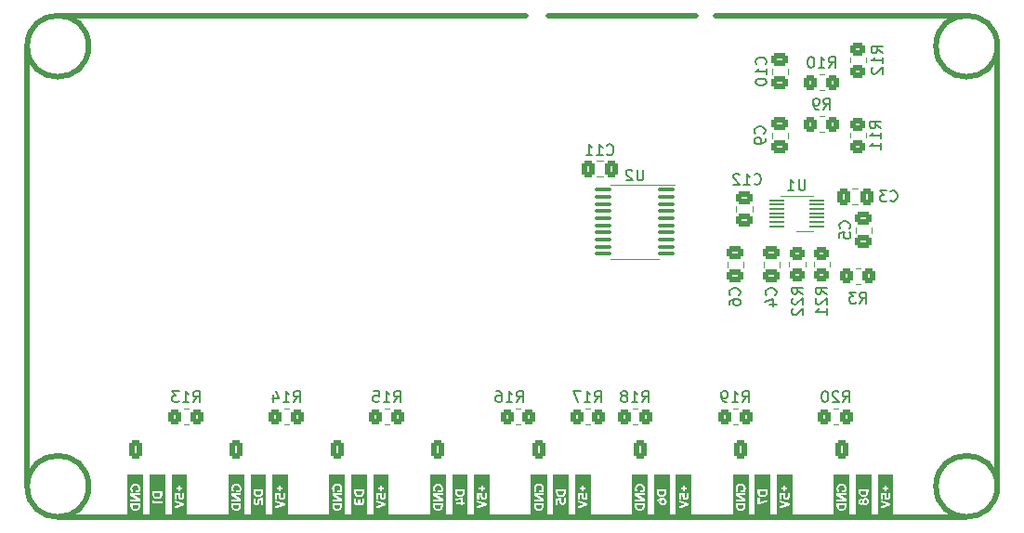
<source format=gbo>
%TF.GenerationSoftware,KiCad,Pcbnew,(6.0.9)*%
%TF.CreationDate,2022-12-29T20:38:24-05:00*%
%TF.ProjectId,led_controller,6c65645f-636f-46e7-9472-6f6c6c65722e,rev?*%
%TF.SameCoordinates,Original*%
%TF.FileFunction,Legend,Bot*%
%TF.FilePolarity,Positive*%
%FSLAX46Y46*%
G04 Gerber Fmt 4.6, Leading zero omitted, Abs format (unit mm)*
G04 Created by KiCad (PCBNEW (6.0.9)) date 2022-12-29 20:38:24*
%MOMM*%
%LPD*%
G01*
G04 APERTURE LIST*
G04 Aperture macros list*
%AMRoundRect*
0 Rectangle with rounded corners*
0 $1 Rounding radius*
0 $2 $3 $4 $5 $6 $7 $8 $9 X,Y pos of 4 corners*
0 Add a 4 corners polygon primitive as box body*
4,1,4,$2,$3,$4,$5,$6,$7,$8,$9,$2,$3,0*
0 Add four circle primitives for the rounded corners*
1,1,$1+$1,$2,$3*
1,1,$1+$1,$4,$5*
1,1,$1+$1,$6,$7*
1,1,$1+$1,$8,$9*
0 Add four rect primitives between the rounded corners*
20,1,$1+$1,$2,$3,$4,$5,0*
20,1,$1+$1,$4,$5,$6,$7,0*
20,1,$1+$1,$6,$7,$8,$9,0*
20,1,$1+$1,$8,$9,$2,$3,0*%
G04 Aperture macros list end*
%ADD10C,0.508000*%
%ADD11C,0.150000*%
%ADD12C,0.120000*%
%ADD13C,0.889000*%
%ADD14RoundRect,0.250000X-0.350000X-0.625000X0.350000X-0.625000X0.350000X0.625000X-0.350000X0.625000X0*%
%ADD15O,1.200000X1.750000*%
%ADD16R,2.500000X2.500000*%
%ADD17C,2.500000*%
%ADD18C,4.500000*%
%ADD19C,2.540000*%
%ADD20C,1.700000*%
%ADD21O,1.700000X1.700000*%
%ADD22R,2.000000X2.000000*%
%ADD23C,2.000000*%
%ADD24R,3.200000X2.000000*%
%ADD25C,1.600000*%
%ADD26R,1.378000X1.378000*%
%ADD27C,1.378000*%
%ADD28RoundRect,0.250000X-0.350000X-0.450000X0.350000X-0.450000X0.350000X0.450000X-0.350000X0.450000X0*%
%ADD29RoundRect,0.250000X0.450000X-0.350000X0.450000X0.350000X-0.450000X0.350000X-0.450000X-0.350000X0*%
%ADD30RoundRect,0.250000X0.475000X-0.337500X0.475000X0.337500X-0.475000X0.337500X-0.475000X-0.337500X0*%
%ADD31RoundRect,0.250000X-0.475000X0.337500X-0.475000X-0.337500X0.475000X-0.337500X0.475000X0.337500X0*%
%ADD32RoundRect,0.250000X-0.337500X-0.475000X0.337500X-0.475000X0.337500X0.475000X-0.337500X0.475000X0*%
%ADD33RoundRect,0.250000X0.350000X0.450000X-0.350000X0.450000X-0.350000X-0.450000X0.350000X-0.450000X0*%
%ADD34RoundRect,0.050000X-0.650000X-0.050000X0.650000X-0.050000X0.650000X0.050000X-0.650000X0.050000X0*%
%ADD35R,1.400000X2.350000*%
%ADD36RoundRect,0.250000X-0.450000X0.350000X-0.450000X-0.350000X0.450000X-0.350000X0.450000X0.350000X0*%
%ADD37RoundRect,0.100000X0.637500X0.100000X-0.637500X0.100000X-0.637500X-0.100000X0.637500X-0.100000X0*%
%ADD38RoundRect,0.250000X0.337500X0.475000X-0.337500X0.475000X-0.337500X-0.475000X0.337500X-0.475000X0*%
G04 APERTURE END LIST*
D10*
X178816000Y-90170000D02*
X178816000Y-130302000D01*
X93218000Y-87376000D02*
X135890000Y-87376000D01*
X96012000Y-90170000D02*
G75*
G03*
X96012000Y-90170000I-2794000J0D01*
G01*
X153162000Y-87376000D02*
X176022000Y-87376000D01*
X90424000Y-90170000D02*
X90424000Y-130302000D01*
X178816000Y-130302000D02*
G75*
G03*
X178816000Y-130302000I-2794000J0D01*
G01*
X178816000Y-90170000D02*
G75*
G03*
X178816000Y-90170000I-2794000J0D01*
G01*
X96012000Y-130302000D02*
G75*
G03*
X96012000Y-130302000I-2794000J0D01*
G01*
X93218000Y-133096000D02*
X176022000Y-133096000D01*
X137922000Y-87376000D02*
X151384000Y-87376000D01*
D11*
X114688857Y-122626380D02*
X115022190Y-122150190D01*
X115260285Y-122626380D02*
X115260285Y-121626380D01*
X114879333Y-121626380D01*
X114784095Y-121674000D01*
X114736476Y-121721619D01*
X114688857Y-121816857D01*
X114688857Y-121959714D01*
X114736476Y-122054952D01*
X114784095Y-122102571D01*
X114879333Y-122150190D01*
X115260285Y-122150190D01*
X113736476Y-122626380D02*
X114307904Y-122626380D01*
X114022190Y-122626380D02*
X114022190Y-121626380D01*
X114117428Y-121769238D01*
X114212666Y-121864476D01*
X114307904Y-121912095D01*
X112879333Y-121959714D02*
X112879333Y-122626380D01*
X113117428Y-121578761D02*
X113355523Y-122293047D01*
X112736476Y-122293047D01*
X135008857Y-122626380D02*
X135342190Y-122150190D01*
X135580285Y-122626380D02*
X135580285Y-121626380D01*
X135199333Y-121626380D01*
X135104095Y-121674000D01*
X135056476Y-121721619D01*
X135008857Y-121816857D01*
X135008857Y-121959714D01*
X135056476Y-122054952D01*
X135104095Y-122102571D01*
X135199333Y-122150190D01*
X135580285Y-122150190D01*
X134056476Y-122626380D02*
X134627904Y-122626380D01*
X134342190Y-122626380D02*
X134342190Y-121626380D01*
X134437428Y-121769238D01*
X134532666Y-121864476D01*
X134627904Y-121912095D01*
X133199333Y-121626380D02*
X133389809Y-121626380D01*
X133485047Y-121674000D01*
X133532666Y-121721619D01*
X133627904Y-121864476D01*
X133675523Y-122054952D01*
X133675523Y-122435904D01*
X133627904Y-122531142D01*
X133580285Y-122578761D01*
X133485047Y-122626380D01*
X133294571Y-122626380D01*
X133199333Y-122578761D01*
X133151714Y-122531142D01*
X133104095Y-122435904D01*
X133104095Y-122197809D01*
X133151714Y-122102571D01*
X133199333Y-122054952D01*
X133294571Y-122007333D01*
X133485047Y-122007333D01*
X133580285Y-122054952D01*
X133627904Y-122102571D01*
X133675523Y-122197809D01*
X168218380Y-97655142D02*
X167742190Y-97321809D01*
X168218380Y-97083714D02*
X167218380Y-97083714D01*
X167218380Y-97464666D01*
X167266000Y-97559904D01*
X167313619Y-97607523D01*
X167408857Y-97655142D01*
X167551714Y-97655142D01*
X167646952Y-97607523D01*
X167694571Y-97559904D01*
X167742190Y-97464666D01*
X167742190Y-97083714D01*
X168218380Y-98607523D02*
X168218380Y-98036095D01*
X168218380Y-98321809D02*
X167218380Y-98321809D01*
X167361238Y-98226571D01*
X167456476Y-98131333D01*
X167504095Y-98036095D01*
X168218380Y-99559904D02*
X168218380Y-98988476D01*
X168218380Y-99274190D02*
X167218380Y-99274190D01*
X167361238Y-99178952D01*
X167456476Y-99083714D01*
X167504095Y-98988476D01*
X163456857Y-92146380D02*
X163790190Y-91670190D01*
X164028285Y-92146380D02*
X164028285Y-91146380D01*
X163647333Y-91146380D01*
X163552095Y-91194000D01*
X163504476Y-91241619D01*
X163456857Y-91336857D01*
X163456857Y-91479714D01*
X163504476Y-91574952D01*
X163552095Y-91622571D01*
X163647333Y-91670190D01*
X164028285Y-91670190D01*
X162504476Y-92146380D02*
X163075904Y-92146380D01*
X162790190Y-92146380D02*
X162790190Y-91146380D01*
X162885428Y-91289238D01*
X162980666Y-91384476D01*
X163075904Y-91432095D01*
X161885428Y-91146380D02*
X161790190Y-91146380D01*
X161694952Y-91194000D01*
X161647333Y-91241619D01*
X161599714Y-91336857D01*
X161552095Y-91527333D01*
X161552095Y-91765428D01*
X161599714Y-91955904D01*
X161647333Y-92051142D01*
X161694952Y-92098761D01*
X161790190Y-92146380D01*
X161885428Y-92146380D01*
X161980666Y-92098761D01*
X162028285Y-92051142D01*
X162075904Y-91955904D01*
X162123523Y-91765428D01*
X162123523Y-91527333D01*
X162075904Y-91336857D01*
X162028285Y-91241619D01*
X161980666Y-91194000D01*
X161885428Y-91146380D01*
X156661857Y-102718142D02*
X156709476Y-102765761D01*
X156852333Y-102813380D01*
X156947571Y-102813380D01*
X157090428Y-102765761D01*
X157185666Y-102670523D01*
X157233285Y-102575285D01*
X157280904Y-102384809D01*
X157280904Y-102241952D01*
X157233285Y-102051476D01*
X157185666Y-101956238D01*
X157090428Y-101861000D01*
X156947571Y-101813380D01*
X156852333Y-101813380D01*
X156709476Y-101861000D01*
X156661857Y-101908619D01*
X155709476Y-102813380D02*
X156280904Y-102813380D01*
X155995190Y-102813380D02*
X155995190Y-101813380D01*
X156090428Y-101956238D01*
X156185666Y-102051476D01*
X156280904Y-102099095D01*
X155328523Y-101908619D02*
X155280904Y-101861000D01*
X155185666Y-101813380D01*
X154947571Y-101813380D01*
X154852333Y-101861000D01*
X154804714Y-101908619D01*
X154757095Y-102003857D01*
X154757095Y-102099095D01*
X154804714Y-102241952D01*
X155376142Y-102813380D01*
X154757095Y-102813380D01*
X158599142Y-112863333D02*
X158646761Y-112815714D01*
X158694380Y-112672857D01*
X158694380Y-112577619D01*
X158646761Y-112434761D01*
X158551523Y-112339523D01*
X158456285Y-112291904D01*
X158265809Y-112244285D01*
X158122952Y-112244285D01*
X157932476Y-112291904D01*
X157837238Y-112339523D01*
X157742000Y-112434761D01*
X157694380Y-112577619D01*
X157694380Y-112672857D01*
X157742000Y-112815714D01*
X157789619Y-112863333D01*
X158027714Y-113720476D02*
X158694380Y-113720476D01*
X157646761Y-113482380D02*
X158361047Y-113244285D01*
X158361047Y-113863333D01*
X161107380Y-112768142D02*
X160631190Y-112434809D01*
X161107380Y-112196714D02*
X160107380Y-112196714D01*
X160107380Y-112577666D01*
X160155000Y-112672904D01*
X160202619Y-112720523D01*
X160297857Y-112768142D01*
X160440714Y-112768142D01*
X160535952Y-112720523D01*
X160583571Y-112672904D01*
X160631190Y-112577666D01*
X160631190Y-112196714D01*
X160202619Y-113149095D02*
X160155000Y-113196714D01*
X160107380Y-113291952D01*
X160107380Y-113530047D01*
X160155000Y-113625285D01*
X160202619Y-113672904D01*
X160297857Y-113720523D01*
X160393095Y-113720523D01*
X160535952Y-113672904D01*
X161107380Y-113101476D01*
X161107380Y-113720523D01*
X160202619Y-114101476D02*
X160155000Y-114149095D01*
X160107380Y-114244333D01*
X160107380Y-114482428D01*
X160155000Y-114577666D01*
X160202619Y-114625285D01*
X160297857Y-114672904D01*
X160393095Y-114672904D01*
X160535952Y-114625285D01*
X161107380Y-114053857D01*
X161107380Y-114672904D01*
X169076666Y-104243142D02*
X169124285Y-104290761D01*
X169267142Y-104338380D01*
X169362380Y-104338380D01*
X169505238Y-104290761D01*
X169600476Y-104195523D01*
X169648095Y-104100285D01*
X169695714Y-103909809D01*
X169695714Y-103766952D01*
X169648095Y-103576476D01*
X169600476Y-103481238D01*
X169505238Y-103386000D01*
X169362380Y-103338380D01*
X169267142Y-103338380D01*
X169124285Y-103386000D01*
X169076666Y-103433619D01*
X168743333Y-103338380D02*
X168124285Y-103338380D01*
X168457619Y-103719333D01*
X168314761Y-103719333D01*
X168219523Y-103766952D01*
X168171904Y-103814571D01*
X168124285Y-103909809D01*
X168124285Y-104147904D01*
X168171904Y-104243142D01*
X168219523Y-104290761D01*
X168314761Y-104338380D01*
X168600476Y-104338380D01*
X168695714Y-104290761D01*
X168743333Y-104243142D01*
X105544857Y-122626380D02*
X105878190Y-122150190D01*
X106116285Y-122626380D02*
X106116285Y-121626380D01*
X105735333Y-121626380D01*
X105640095Y-121674000D01*
X105592476Y-121721619D01*
X105544857Y-121816857D01*
X105544857Y-121959714D01*
X105592476Y-122054952D01*
X105640095Y-122102571D01*
X105735333Y-122150190D01*
X106116285Y-122150190D01*
X104592476Y-122626380D02*
X105163904Y-122626380D01*
X104878190Y-122626380D02*
X104878190Y-121626380D01*
X104973428Y-121769238D01*
X105068666Y-121864476D01*
X105163904Y-121912095D01*
X104259142Y-121626380D02*
X103640095Y-121626380D01*
X103973428Y-122007333D01*
X103830571Y-122007333D01*
X103735333Y-122054952D01*
X103687714Y-122102571D01*
X103640095Y-122197809D01*
X103640095Y-122435904D01*
X103687714Y-122531142D01*
X103735333Y-122578761D01*
X103830571Y-122626380D01*
X104116285Y-122626380D01*
X104211523Y-122578761D01*
X104259142Y-122531142D01*
X146438857Y-122626380D02*
X146772190Y-122150190D01*
X147010285Y-122626380D02*
X147010285Y-121626380D01*
X146629333Y-121626380D01*
X146534095Y-121674000D01*
X146486476Y-121721619D01*
X146438857Y-121816857D01*
X146438857Y-121959714D01*
X146486476Y-122054952D01*
X146534095Y-122102571D01*
X146629333Y-122150190D01*
X147010285Y-122150190D01*
X145486476Y-122626380D02*
X146057904Y-122626380D01*
X145772190Y-122626380D02*
X145772190Y-121626380D01*
X145867428Y-121769238D01*
X145962666Y-121864476D01*
X146057904Y-121912095D01*
X144915047Y-122054952D02*
X145010285Y-122007333D01*
X145057904Y-121959714D01*
X145105523Y-121864476D01*
X145105523Y-121816857D01*
X145057904Y-121721619D01*
X145010285Y-121674000D01*
X144915047Y-121626380D01*
X144724571Y-121626380D01*
X144629333Y-121674000D01*
X144581714Y-121721619D01*
X144534095Y-121816857D01*
X144534095Y-121864476D01*
X144581714Y-121959714D01*
X144629333Y-122007333D01*
X144724571Y-122054952D01*
X144915047Y-122054952D01*
X145010285Y-122102571D01*
X145057904Y-122150190D01*
X145105523Y-122245428D01*
X145105523Y-122435904D01*
X145057904Y-122531142D01*
X145010285Y-122578761D01*
X144915047Y-122626380D01*
X144724571Y-122626380D01*
X144629333Y-122578761D01*
X144581714Y-122531142D01*
X144534095Y-122435904D01*
X144534095Y-122245428D01*
X144581714Y-122150190D01*
X144629333Y-122102571D01*
X144724571Y-122054952D01*
X161289904Y-102322380D02*
X161289904Y-103131904D01*
X161242285Y-103227142D01*
X161194666Y-103274761D01*
X161099428Y-103322380D01*
X160908952Y-103322380D01*
X160813714Y-103274761D01*
X160766095Y-103227142D01*
X160718476Y-103131904D01*
X160718476Y-102322380D01*
X159718476Y-103322380D02*
X160289904Y-103322380D01*
X160004190Y-103322380D02*
X160004190Y-102322380D01*
X160099428Y-102465238D01*
X160194666Y-102560476D01*
X160289904Y-102608095D01*
X168346380Y-90797142D02*
X167870190Y-90463809D01*
X168346380Y-90225714D02*
X167346380Y-90225714D01*
X167346380Y-90606666D01*
X167394000Y-90701904D01*
X167441619Y-90749523D01*
X167536857Y-90797142D01*
X167679714Y-90797142D01*
X167774952Y-90749523D01*
X167822571Y-90701904D01*
X167870190Y-90606666D01*
X167870190Y-90225714D01*
X168346380Y-91749523D02*
X168346380Y-91178095D01*
X168346380Y-91463809D02*
X167346380Y-91463809D01*
X167489238Y-91368571D01*
X167584476Y-91273333D01*
X167632095Y-91178095D01*
X167441619Y-92130476D02*
X167394000Y-92178095D01*
X167346380Y-92273333D01*
X167346380Y-92511428D01*
X167394000Y-92606666D01*
X167441619Y-92654285D01*
X167536857Y-92701904D01*
X167632095Y-92701904D01*
X167774952Y-92654285D01*
X168346380Y-92082857D01*
X168346380Y-92701904D01*
X146557904Y-101424380D02*
X146557904Y-102233904D01*
X146510285Y-102329142D01*
X146462666Y-102376761D01*
X146367428Y-102424380D01*
X146176952Y-102424380D01*
X146081714Y-102376761D01*
X146034095Y-102329142D01*
X145986476Y-102233904D01*
X145986476Y-101424380D01*
X145557904Y-101519619D02*
X145510285Y-101472000D01*
X145415047Y-101424380D01*
X145176952Y-101424380D01*
X145081714Y-101472000D01*
X145034095Y-101519619D01*
X144986476Y-101614857D01*
X144986476Y-101710095D01*
X145034095Y-101852952D01*
X145605523Y-102424380D01*
X144986476Y-102424380D01*
X143242357Y-100023142D02*
X143289976Y-100070761D01*
X143432833Y-100118380D01*
X143528071Y-100118380D01*
X143670928Y-100070761D01*
X143766166Y-99975523D01*
X143813785Y-99880285D01*
X143861404Y-99689809D01*
X143861404Y-99546952D01*
X143813785Y-99356476D01*
X143766166Y-99261238D01*
X143670928Y-99166000D01*
X143528071Y-99118380D01*
X143432833Y-99118380D01*
X143289976Y-99166000D01*
X143242357Y-99213619D01*
X142289976Y-100118380D02*
X142861404Y-100118380D01*
X142575690Y-100118380D02*
X142575690Y-99118380D01*
X142670928Y-99261238D01*
X142766166Y-99356476D01*
X142861404Y-99404095D01*
X141337595Y-100118380D02*
X141909023Y-100118380D01*
X141623309Y-100118380D02*
X141623309Y-99118380D01*
X141718547Y-99261238D01*
X141813785Y-99356476D01*
X141909023Y-99404095D01*
X164726857Y-122626380D02*
X165060190Y-122150190D01*
X165298285Y-122626380D02*
X165298285Y-121626380D01*
X164917333Y-121626380D01*
X164822095Y-121674000D01*
X164774476Y-121721619D01*
X164726857Y-121816857D01*
X164726857Y-121959714D01*
X164774476Y-122054952D01*
X164822095Y-122102571D01*
X164917333Y-122150190D01*
X165298285Y-122150190D01*
X164345904Y-121721619D02*
X164298285Y-121674000D01*
X164203047Y-121626380D01*
X163964952Y-121626380D01*
X163869714Y-121674000D01*
X163822095Y-121721619D01*
X163774476Y-121816857D01*
X163774476Y-121912095D01*
X163822095Y-122054952D01*
X164393523Y-122626380D01*
X163774476Y-122626380D01*
X163155428Y-121626380D02*
X163060190Y-121626380D01*
X162964952Y-121674000D01*
X162917333Y-121721619D01*
X162869714Y-121816857D01*
X162822095Y-122007333D01*
X162822095Y-122245428D01*
X162869714Y-122435904D01*
X162917333Y-122531142D01*
X162964952Y-122578761D01*
X163060190Y-122626380D01*
X163155428Y-122626380D01*
X163250666Y-122578761D01*
X163298285Y-122531142D01*
X163345904Y-122435904D01*
X163393523Y-122245428D01*
X163393523Y-122007333D01*
X163345904Y-121816857D01*
X163298285Y-121721619D01*
X163250666Y-121674000D01*
X163155428Y-121626380D01*
X162980666Y-95956380D02*
X163314000Y-95480190D01*
X163552095Y-95956380D02*
X163552095Y-94956380D01*
X163171142Y-94956380D01*
X163075904Y-95004000D01*
X163028285Y-95051619D01*
X162980666Y-95146857D01*
X162980666Y-95289714D01*
X163028285Y-95384952D01*
X163075904Y-95432571D01*
X163171142Y-95480190D01*
X163552095Y-95480190D01*
X162504476Y-95956380D02*
X162314000Y-95956380D01*
X162218761Y-95908761D01*
X162171142Y-95861142D01*
X162075904Y-95718285D01*
X162028285Y-95527809D01*
X162028285Y-95146857D01*
X162075904Y-95051619D01*
X162123523Y-95004000D01*
X162218761Y-94956380D01*
X162409238Y-94956380D01*
X162504476Y-95004000D01*
X162552095Y-95051619D01*
X162599714Y-95146857D01*
X162599714Y-95384952D01*
X162552095Y-95480190D01*
X162504476Y-95527809D01*
X162409238Y-95575428D01*
X162218761Y-95575428D01*
X162123523Y-95527809D01*
X162075904Y-95480190D01*
X162028285Y-95384952D01*
X157583142Y-98131333D02*
X157630761Y-98083714D01*
X157678380Y-97940857D01*
X157678380Y-97845619D01*
X157630761Y-97702761D01*
X157535523Y-97607523D01*
X157440285Y-97559904D01*
X157249809Y-97512285D01*
X157106952Y-97512285D01*
X156916476Y-97559904D01*
X156821238Y-97607523D01*
X156726000Y-97702761D01*
X156678380Y-97845619D01*
X156678380Y-97940857D01*
X156726000Y-98083714D01*
X156773619Y-98131333D01*
X157678380Y-98607523D02*
X157678380Y-98798000D01*
X157630761Y-98893238D01*
X157583142Y-98940857D01*
X157440285Y-99036095D01*
X157249809Y-99083714D01*
X156868857Y-99083714D01*
X156773619Y-99036095D01*
X156726000Y-98988476D01*
X156678380Y-98893238D01*
X156678380Y-98702761D01*
X156726000Y-98607523D01*
X156773619Y-98559904D01*
X156868857Y-98512285D01*
X157106952Y-98512285D01*
X157202190Y-98559904D01*
X157249809Y-98607523D01*
X157297428Y-98702761D01*
X157297428Y-98893238D01*
X157249809Y-98988476D01*
X157202190Y-99036095D01*
X157106952Y-99083714D01*
X163266380Y-112768142D02*
X162790190Y-112434809D01*
X163266380Y-112196714D02*
X162266380Y-112196714D01*
X162266380Y-112577666D01*
X162314000Y-112672904D01*
X162361619Y-112720523D01*
X162456857Y-112768142D01*
X162599714Y-112768142D01*
X162694952Y-112720523D01*
X162742571Y-112672904D01*
X162790190Y-112577666D01*
X162790190Y-112196714D01*
X162361619Y-113149095D02*
X162314000Y-113196714D01*
X162266380Y-113291952D01*
X162266380Y-113530047D01*
X162314000Y-113625285D01*
X162361619Y-113672904D01*
X162456857Y-113720523D01*
X162552095Y-113720523D01*
X162694952Y-113672904D01*
X163266380Y-113101476D01*
X163266380Y-113720523D01*
X163266380Y-114672904D02*
X163266380Y-114101476D01*
X163266380Y-114387190D02*
X162266380Y-114387190D01*
X162409238Y-114291952D01*
X162504476Y-114196714D01*
X162552095Y-114101476D01*
X155297142Y-112863333D02*
X155344761Y-112815714D01*
X155392380Y-112672857D01*
X155392380Y-112577619D01*
X155344761Y-112434761D01*
X155249523Y-112339523D01*
X155154285Y-112291904D01*
X154963809Y-112244285D01*
X154820952Y-112244285D01*
X154630476Y-112291904D01*
X154535238Y-112339523D01*
X154440000Y-112434761D01*
X154392380Y-112577619D01*
X154392380Y-112672857D01*
X154440000Y-112815714D01*
X154487619Y-112863333D01*
X154392380Y-113720476D02*
X154392380Y-113530000D01*
X154440000Y-113434761D01*
X154487619Y-113387142D01*
X154630476Y-113291904D01*
X154820952Y-113244285D01*
X155201904Y-113244285D01*
X155297142Y-113291904D01*
X155344761Y-113339523D01*
X155392380Y-113434761D01*
X155392380Y-113625238D01*
X155344761Y-113720476D01*
X155297142Y-113768095D01*
X155201904Y-113815714D01*
X154963809Y-113815714D01*
X154868571Y-113768095D01*
X154820952Y-113720476D01*
X154773333Y-113625238D01*
X154773333Y-113434761D01*
X154820952Y-113339523D01*
X154868571Y-113291904D01*
X154963809Y-113244285D01*
X166282666Y-113609380D02*
X166616000Y-113133190D01*
X166854095Y-113609380D02*
X166854095Y-112609380D01*
X166473142Y-112609380D01*
X166377904Y-112657000D01*
X166330285Y-112704619D01*
X166282666Y-112799857D01*
X166282666Y-112942714D01*
X166330285Y-113037952D01*
X166377904Y-113085571D01*
X166473142Y-113133190D01*
X166854095Y-113133190D01*
X165949333Y-112609380D02*
X165330285Y-112609380D01*
X165663619Y-112990333D01*
X165520761Y-112990333D01*
X165425523Y-113037952D01*
X165377904Y-113085571D01*
X165330285Y-113180809D01*
X165330285Y-113418904D01*
X165377904Y-113514142D01*
X165425523Y-113561761D01*
X165520761Y-113609380D01*
X165806476Y-113609380D01*
X165901714Y-113561761D01*
X165949333Y-113514142D01*
X155582857Y-122626380D02*
X155916190Y-122150190D01*
X156154285Y-122626380D02*
X156154285Y-121626380D01*
X155773333Y-121626380D01*
X155678095Y-121674000D01*
X155630476Y-121721619D01*
X155582857Y-121816857D01*
X155582857Y-121959714D01*
X155630476Y-122054952D01*
X155678095Y-122102571D01*
X155773333Y-122150190D01*
X156154285Y-122150190D01*
X154630476Y-122626380D02*
X155201904Y-122626380D01*
X154916190Y-122626380D02*
X154916190Y-121626380D01*
X155011428Y-121769238D01*
X155106666Y-121864476D01*
X155201904Y-121912095D01*
X154154285Y-122626380D02*
X153963809Y-122626380D01*
X153868571Y-122578761D01*
X153820952Y-122531142D01*
X153725714Y-122388285D01*
X153678095Y-122197809D01*
X153678095Y-121816857D01*
X153725714Y-121721619D01*
X153773333Y-121674000D01*
X153868571Y-121626380D01*
X154059047Y-121626380D01*
X154154285Y-121674000D01*
X154201904Y-121721619D01*
X154249523Y-121816857D01*
X154249523Y-122054952D01*
X154201904Y-122150190D01*
X154154285Y-122197809D01*
X154059047Y-122245428D01*
X153868571Y-122245428D01*
X153773333Y-122197809D01*
X153725714Y-122150190D01*
X153678095Y-122054952D01*
X123832857Y-122626380D02*
X124166190Y-122150190D01*
X124404285Y-122626380D02*
X124404285Y-121626380D01*
X124023333Y-121626380D01*
X123928095Y-121674000D01*
X123880476Y-121721619D01*
X123832857Y-121816857D01*
X123832857Y-121959714D01*
X123880476Y-122054952D01*
X123928095Y-122102571D01*
X124023333Y-122150190D01*
X124404285Y-122150190D01*
X122880476Y-122626380D02*
X123451904Y-122626380D01*
X123166190Y-122626380D02*
X123166190Y-121626380D01*
X123261428Y-121769238D01*
X123356666Y-121864476D01*
X123451904Y-121912095D01*
X121975714Y-121626380D02*
X122451904Y-121626380D01*
X122499523Y-122102571D01*
X122451904Y-122054952D01*
X122356666Y-122007333D01*
X122118571Y-122007333D01*
X122023333Y-122054952D01*
X121975714Y-122102571D01*
X121928095Y-122197809D01*
X121928095Y-122435904D01*
X121975714Y-122531142D01*
X122023333Y-122578761D01*
X122118571Y-122626380D01*
X122356666Y-122626380D01*
X122451904Y-122578761D01*
X122499523Y-122531142D01*
X165330142Y-106767333D02*
X165377761Y-106719714D01*
X165425380Y-106576857D01*
X165425380Y-106481619D01*
X165377761Y-106338761D01*
X165282523Y-106243523D01*
X165187285Y-106195904D01*
X164996809Y-106148285D01*
X164853952Y-106148285D01*
X164663476Y-106195904D01*
X164568238Y-106243523D01*
X164473000Y-106338761D01*
X164425380Y-106481619D01*
X164425380Y-106576857D01*
X164473000Y-106719714D01*
X164520619Y-106767333D01*
X164425380Y-107672095D02*
X164425380Y-107195904D01*
X164901571Y-107148285D01*
X164853952Y-107195904D01*
X164806333Y-107291142D01*
X164806333Y-107529238D01*
X164853952Y-107624476D01*
X164901571Y-107672095D01*
X164996809Y-107719714D01*
X165234904Y-107719714D01*
X165330142Y-107672095D01*
X165377761Y-107624476D01*
X165425380Y-107529238D01*
X165425380Y-107291142D01*
X165377761Y-107195904D01*
X165330142Y-107148285D01*
X157681142Y-91813142D02*
X157728761Y-91765523D01*
X157776380Y-91622666D01*
X157776380Y-91527428D01*
X157728761Y-91384571D01*
X157633523Y-91289333D01*
X157538285Y-91241714D01*
X157347809Y-91194095D01*
X157204952Y-91194095D01*
X157014476Y-91241714D01*
X156919238Y-91289333D01*
X156824000Y-91384571D01*
X156776380Y-91527428D01*
X156776380Y-91622666D01*
X156824000Y-91765523D01*
X156871619Y-91813142D01*
X157776380Y-92765523D02*
X157776380Y-92194095D01*
X157776380Y-92479809D02*
X156776380Y-92479809D01*
X156919238Y-92384571D01*
X157014476Y-92289333D01*
X157062095Y-92194095D01*
X156776380Y-93384571D02*
X156776380Y-93479809D01*
X156824000Y-93575047D01*
X156871619Y-93622666D01*
X156966857Y-93670285D01*
X157157333Y-93717904D01*
X157395428Y-93717904D01*
X157585904Y-93670285D01*
X157681142Y-93622666D01*
X157728761Y-93575047D01*
X157776380Y-93479809D01*
X157776380Y-93384571D01*
X157728761Y-93289333D01*
X157681142Y-93241714D01*
X157585904Y-93194095D01*
X157395428Y-93146476D01*
X157157333Y-93146476D01*
X156966857Y-93194095D01*
X156871619Y-93241714D01*
X156824000Y-93289333D01*
X156776380Y-93384571D01*
X142120857Y-122626380D02*
X142454190Y-122150190D01*
X142692285Y-122626380D02*
X142692285Y-121626380D01*
X142311333Y-121626380D01*
X142216095Y-121674000D01*
X142168476Y-121721619D01*
X142120857Y-121816857D01*
X142120857Y-121959714D01*
X142168476Y-122054952D01*
X142216095Y-122102571D01*
X142311333Y-122150190D01*
X142692285Y-122150190D01*
X141168476Y-122626380D02*
X141739904Y-122626380D01*
X141454190Y-122626380D02*
X141454190Y-121626380D01*
X141549428Y-121769238D01*
X141644666Y-121864476D01*
X141739904Y-121912095D01*
X140835142Y-121626380D02*
X140168476Y-121626380D01*
X140597047Y-122626380D01*
D12*
X113818936Y-124687000D02*
X114273064Y-124687000D01*
X113818936Y-123217000D02*
X114273064Y-123217000D01*
X134916936Y-123217000D02*
X135371064Y-123217000D01*
X134916936Y-124687000D02*
X135371064Y-124687000D01*
X166851000Y-98525064D02*
X166851000Y-98070936D01*
X165381000Y-98525064D02*
X165381000Y-98070936D01*
G36*
X118931300Y-132088830D02*
G01*
X118926106Y-132142393D01*
X118910526Y-132192700D01*
X118853475Y-132277656D01*
X118768519Y-132334707D01*
X118718212Y-132350287D01*
X118664649Y-132355481D01*
X118611164Y-132350287D01*
X118561090Y-132334707D01*
X118476444Y-132277656D01*
X118419083Y-132192700D01*
X118403270Y-132142393D01*
X118397999Y-132088830D01*
X118397999Y-132000154D01*
X118931300Y-132000154D01*
X118931300Y-132088830D01*
G37*
G36*
X117945520Y-133343121D02*
G01*
X117945520Y-132088830D01*
X118220025Y-132088830D01*
X118223978Y-132149059D01*
X118235838Y-132206963D01*
X118254984Y-132261921D01*
X118280797Y-132313313D01*
X118312810Y-132360597D01*
X118350560Y-132403230D01*
X118393348Y-132440747D01*
X118440477Y-132472683D01*
X118491636Y-132498495D01*
X118546517Y-132517642D01*
X118604420Y-132529501D01*
X118664649Y-132533454D01*
X118724878Y-132529501D01*
X118782781Y-132517642D01*
X118837662Y-132498495D01*
X118888821Y-132472683D01*
X118935950Y-132440747D01*
X118978738Y-132403230D01*
X119016488Y-132360597D01*
X119048502Y-132313313D01*
X119074314Y-132261921D01*
X119093460Y-132206963D01*
X119105320Y-132149059D01*
X119109273Y-132088830D01*
X119109273Y-131820940D01*
X118220025Y-131820940D01*
X118220025Y-132088830D01*
X117945520Y-132088830D01*
X117945520Y-131655989D01*
X118220025Y-131655989D01*
X119109273Y-131655989D01*
X119109273Y-131465613D01*
X118523883Y-131122688D01*
X119109273Y-131122688D01*
X119109273Y-130944714D01*
X118220025Y-130944714D01*
X118220025Y-131135090D01*
X118806036Y-131478015D01*
X118220025Y-131478015D01*
X118220025Y-131655989D01*
X117945520Y-131655989D01*
X117945520Y-130510632D01*
X118210103Y-130510632D01*
X118217157Y-130591558D01*
X118238319Y-130669382D01*
X118272658Y-130742091D01*
X118319244Y-130807668D01*
X118474273Y-130714651D01*
X118437764Y-130671243D01*
X118410091Y-130621633D01*
X118392650Y-130567528D01*
X118386837Y-130510632D01*
X118392418Y-130454124D01*
X118409161Y-130401182D01*
X118435438Y-130353200D01*
X118469622Y-130311575D01*
X118511015Y-130277158D01*
X118558919Y-130250803D01*
X118611862Y-130234060D01*
X118668370Y-130228479D01*
X118725421Y-130234060D01*
X118778751Y-130250803D01*
X118826965Y-130277158D01*
X118868668Y-130311575D01*
X118903084Y-130353200D01*
X118929439Y-130401182D01*
X118946182Y-130454124D01*
X118951763Y-130510632D01*
X118943702Y-130575745D01*
X118921378Y-130635896D01*
X118668370Y-130635896D01*
X118668370Y-130807668D01*
X119019356Y-130807668D01*
X119065942Y-130742091D01*
X119100281Y-130669382D01*
X119121443Y-130591558D01*
X119128497Y-130510632D01*
X119124389Y-130448543D01*
X119112064Y-130388779D01*
X119092220Y-130332116D01*
X119065555Y-130279329D01*
X119032534Y-130230649D01*
X118993621Y-130186311D01*
X118949438Y-130147244D01*
X118900604Y-130114377D01*
X118847506Y-130087945D01*
X118790533Y-130068179D01*
X118730537Y-130055854D01*
X118668370Y-130051746D01*
X118606358Y-130055854D01*
X118546827Y-130068179D01*
X118490319Y-130087945D01*
X118437376Y-130114377D01*
X118388542Y-130147244D01*
X118344359Y-130186311D01*
X118305524Y-130230649D01*
X118272735Y-130279329D01*
X118246303Y-130332116D01*
X118226536Y-130388779D01*
X118214211Y-130448543D01*
X118210103Y-130510632D01*
X117945520Y-130510632D01*
X117945520Y-129242079D01*
X119393080Y-129242079D01*
X119393080Y-133343121D01*
X117945520Y-133343121D01*
G37*
G36*
X137315820Y-132088830D02*
G01*
X137310626Y-132142393D01*
X137295046Y-132192700D01*
X137237995Y-132277656D01*
X137153039Y-132334707D01*
X137102732Y-132350287D01*
X137049169Y-132355481D01*
X136995684Y-132350287D01*
X136945610Y-132334707D01*
X136860964Y-132277656D01*
X136803603Y-132192700D01*
X136787790Y-132142393D01*
X136782519Y-132088830D01*
X136782519Y-132000154D01*
X137315820Y-132000154D01*
X137315820Y-132088830D01*
G37*
G36*
X136330040Y-133343121D02*
G01*
X136330040Y-132088830D01*
X136604545Y-132088830D01*
X136608498Y-132149059D01*
X136620358Y-132206963D01*
X136639504Y-132261921D01*
X136665317Y-132313313D01*
X136697330Y-132360597D01*
X136735080Y-132403230D01*
X136777868Y-132440747D01*
X136824997Y-132472683D01*
X136876156Y-132498495D01*
X136931037Y-132517642D01*
X136988940Y-132529501D01*
X137049169Y-132533454D01*
X137109398Y-132529501D01*
X137167301Y-132517642D01*
X137222182Y-132498495D01*
X137273341Y-132472683D01*
X137320470Y-132440747D01*
X137363258Y-132403230D01*
X137401008Y-132360597D01*
X137433022Y-132313313D01*
X137458834Y-132261921D01*
X137477980Y-132206963D01*
X137489840Y-132149059D01*
X137493793Y-132088830D01*
X137493793Y-131820940D01*
X136604545Y-131820940D01*
X136604545Y-132088830D01*
X136330040Y-132088830D01*
X136330040Y-131655989D01*
X136604545Y-131655989D01*
X137493793Y-131655989D01*
X137493793Y-131465613D01*
X136908403Y-131122688D01*
X137493793Y-131122688D01*
X137493793Y-130944714D01*
X136604545Y-130944714D01*
X136604545Y-131135090D01*
X137190556Y-131478015D01*
X136604545Y-131478015D01*
X136604545Y-131655989D01*
X136330040Y-131655989D01*
X136330040Y-130510632D01*
X136594623Y-130510632D01*
X136601677Y-130591558D01*
X136622839Y-130669382D01*
X136657178Y-130742091D01*
X136703764Y-130807668D01*
X136858793Y-130714651D01*
X136822284Y-130671243D01*
X136794611Y-130621633D01*
X136777170Y-130567528D01*
X136771357Y-130510632D01*
X136776938Y-130454124D01*
X136793681Y-130401182D01*
X136819958Y-130353200D01*
X136854142Y-130311575D01*
X136895535Y-130277158D01*
X136943439Y-130250803D01*
X136996382Y-130234060D01*
X137052890Y-130228479D01*
X137109941Y-130234060D01*
X137163271Y-130250803D01*
X137211485Y-130277158D01*
X137253188Y-130311575D01*
X137287604Y-130353200D01*
X137313959Y-130401182D01*
X137330702Y-130454124D01*
X137336283Y-130510632D01*
X137328222Y-130575745D01*
X137305898Y-130635896D01*
X137052890Y-130635896D01*
X137052890Y-130807668D01*
X137403876Y-130807668D01*
X137450462Y-130742091D01*
X137484801Y-130669382D01*
X137505963Y-130591558D01*
X137513017Y-130510632D01*
X137508909Y-130448543D01*
X137496584Y-130388779D01*
X137476740Y-130332116D01*
X137450075Y-130279329D01*
X137417054Y-130230649D01*
X137378141Y-130186311D01*
X137333958Y-130147244D01*
X137285124Y-130114377D01*
X137232026Y-130087945D01*
X137175053Y-130068179D01*
X137115057Y-130055854D01*
X137052890Y-130051746D01*
X136990878Y-130055854D01*
X136931347Y-130068179D01*
X136874839Y-130087945D01*
X136821896Y-130114377D01*
X136773062Y-130147244D01*
X136728879Y-130186311D01*
X136690044Y-130230649D01*
X136657255Y-130279329D01*
X136630823Y-130332116D01*
X136611056Y-130388779D01*
X136598731Y-130448543D01*
X136594623Y-130510632D01*
X136330040Y-130510632D01*
X136330040Y-129242079D01*
X137777600Y-129242079D01*
X137777600Y-133343121D01*
X136330040Y-133343121D01*
G37*
X162586936Y-94207000D02*
X163041064Y-94207000D01*
X162586936Y-92737000D02*
X163041064Y-92737000D01*
G36*
X139759171Y-129242079D02*
G01*
X139759171Y-133343121D01*
X138340757Y-133343121D01*
X138340757Y-131979690D01*
X138605340Y-131979690D01*
X138783314Y-131979690D01*
X138783314Y-131590876D01*
X138935862Y-131574753D01*
X138935862Y-131737224D01*
X138940668Y-131791252D01*
X138955086Y-131842954D01*
X138978573Y-131890470D01*
X139010587Y-131931941D01*
X139050739Y-131966512D01*
X139098643Y-131993332D01*
X139153601Y-132010541D01*
X139214915Y-132016277D01*
X139276772Y-132010541D01*
X139332117Y-131993332D01*
X139380176Y-131966512D01*
X139420174Y-131931941D01*
X139451955Y-131890470D01*
X139475364Y-131842954D01*
X139489782Y-131791252D01*
X139494588Y-131737224D01*
X139494588Y-131378796D01*
X139316614Y-131378796D01*
X139316614Y-131737224D01*
X139311033Y-131773501D01*
X139293050Y-131806367D01*
X139261424Y-131829932D01*
X139214915Y-131838923D01*
X139171197Y-131829932D01*
X139139571Y-131806367D01*
X139120347Y-131773501D01*
X139113836Y-131737224D01*
X139113836Y-131378796D01*
X138605340Y-131430886D01*
X138605340Y-131979690D01*
X138340757Y-131979690D01*
X138340757Y-130836814D01*
X138605340Y-130836814D01*
X138609293Y-130897043D01*
X138621153Y-130954946D01*
X138640299Y-131009904D01*
X138666111Y-131061296D01*
X138698125Y-131108580D01*
X138735875Y-131151213D01*
X138778663Y-131188730D01*
X138825792Y-131220666D01*
X138876951Y-131246479D01*
X138931832Y-131265625D01*
X138989735Y-131277485D01*
X139049964Y-131281438D01*
X139110193Y-131277485D01*
X139168096Y-131265625D01*
X139222977Y-131246479D01*
X139274136Y-131220666D01*
X139321265Y-131188730D01*
X139364053Y-131151213D01*
X139401803Y-131108580D01*
X139433817Y-131061296D01*
X139459629Y-131009904D01*
X139478775Y-130954946D01*
X139490635Y-130897043D01*
X139494588Y-130836814D01*
X139494588Y-130568923D01*
X138605340Y-130568923D01*
X138605340Y-130836814D01*
X138340757Y-130836814D01*
X138340757Y-129242079D01*
X139759171Y-129242079D01*
G37*
G36*
X139316614Y-130836814D02*
G01*
X139311421Y-130890376D01*
X139295840Y-130940683D01*
X139238790Y-131025640D01*
X139153834Y-131082690D01*
X139103527Y-131098271D01*
X139049964Y-131103464D01*
X138996479Y-131098271D01*
X138946404Y-131082690D01*
X138861758Y-131025640D01*
X138804398Y-130940683D01*
X138788585Y-130890376D01*
X138783314Y-130836814D01*
X138783314Y-130748137D01*
X139316614Y-130748137D01*
X139316614Y-130836814D01*
G37*
G36*
X158729133Y-133343121D02*
G01*
X158729133Y-132330056D01*
X158993716Y-132330056D01*
X159882964Y-132037981D01*
X159882964Y-131860007D01*
X158993716Y-131569172D01*
X158993716Y-131771330D01*
X159587168Y-131948684D01*
X158993716Y-132126658D01*
X158993716Y-132330056D01*
X158729133Y-132330056D01*
X158729133Y-131486697D01*
X158993716Y-131486697D01*
X159171690Y-131486697D01*
X159171690Y-131097883D01*
X159324238Y-131081760D01*
X159324238Y-131244231D01*
X159329044Y-131298259D01*
X159343462Y-131349961D01*
X159366949Y-131397477D01*
X159398963Y-131438948D01*
X159439115Y-131473519D01*
X159487019Y-131500339D01*
X159541977Y-131517548D01*
X159603291Y-131523284D01*
X159665148Y-131517548D01*
X159720493Y-131500339D01*
X159768552Y-131473519D01*
X159808550Y-131438948D01*
X159840331Y-131397477D01*
X159863740Y-131349961D01*
X159878158Y-131298259D01*
X159882964Y-131244231D01*
X159882964Y-130885803D01*
X159704990Y-130885803D01*
X159704990Y-131244231D01*
X159699409Y-131280508D01*
X159681426Y-131313374D01*
X159649800Y-131336938D01*
X159603291Y-131345930D01*
X159559573Y-131336938D01*
X159527947Y-131313374D01*
X159508723Y-131280508D01*
X159502212Y-131244231D01*
X159502212Y-130885803D01*
X158993716Y-130937893D01*
X158993716Y-131486697D01*
X158729133Y-131486697D01*
X158729133Y-130600549D01*
X159166729Y-130600549D01*
X159349663Y-130600549D01*
X159349663Y-130776042D01*
X159518335Y-130776042D01*
X159518335Y-130600549D01*
X159687627Y-130600549D01*
X159687627Y-130431257D01*
X159518335Y-130431257D01*
X159518335Y-130255144D01*
X159349663Y-130255144D01*
X159349663Y-130431257D01*
X159166729Y-130431257D01*
X159166729Y-130600549D01*
X158729133Y-130600549D01*
X158729133Y-129242079D01*
X160147547Y-129242079D01*
X160147547Y-133343121D01*
X158729133Y-133343121D01*
G37*
G36*
X166892989Y-130816350D02*
G01*
X166887795Y-130869913D01*
X166872215Y-130920220D01*
X166815164Y-131005176D01*
X166730208Y-131062226D01*
X166679901Y-131077807D01*
X166626338Y-131083000D01*
X166572853Y-131077807D01*
X166522779Y-131062226D01*
X166438133Y-131005176D01*
X166380772Y-130920220D01*
X166364959Y-130869913D01*
X166359688Y-130816350D01*
X166359688Y-130727673D01*
X166892989Y-130727673D01*
X166892989Y-130816350D01*
G37*
G36*
X166465108Y-131577544D02*
G01*
X166497354Y-131603589D01*
X166519058Y-131642346D01*
X166527120Y-131690095D01*
X166519058Y-131737224D01*
X166497354Y-131775981D01*
X166465108Y-131802026D01*
X166424800Y-131811638D01*
X166384183Y-131802026D01*
X166351006Y-131775981D01*
X166328682Y-131737224D01*
X166320621Y-131690095D01*
X166328682Y-131642346D01*
X166351006Y-131603589D01*
X166384183Y-131577544D01*
X166424800Y-131567932D01*
X166465108Y-131577544D01*
G37*
G36*
X166866324Y-131531655D02*
G01*
X166909112Y-131568242D01*
X166937327Y-131622502D01*
X166947559Y-131688855D01*
X166937327Y-131755517D01*
X166909112Y-131810088D01*
X166866324Y-131846675D01*
X166811754Y-131860007D01*
X166756253Y-131846675D01*
X166711295Y-131810088D01*
X166680909Y-131755517D01*
X166669747Y-131688855D01*
X166680909Y-131622502D01*
X166711295Y-131568242D01*
X166756253Y-131531655D01*
X166811754Y-131518323D01*
X166866324Y-131531655D01*
G37*
G36*
X167358490Y-129242079D02*
G01*
X167358490Y-133343121D01*
X165889226Y-133343121D01*
X165889226Y-131688855D01*
X166153809Y-131688855D01*
X166158770Y-131748386D01*
X166173653Y-131804197D01*
X166197140Y-131854814D01*
X166227913Y-131898765D01*
X166307908Y-131962637D01*
X166405577Y-131985891D01*
X166456736Y-131980000D01*
X166506966Y-131963567D01*
X166553165Y-131937832D01*
X166592232Y-131903415D01*
X166633780Y-131958606D01*
X166687110Y-132000774D01*
X166749122Y-132027439D01*
X166816714Y-132036741D01*
X166874540Y-132029919D01*
X166927715Y-132009455D01*
X166975077Y-131977132D01*
X167015462Y-131934731D01*
X167048328Y-131883339D01*
X167073133Y-131824040D01*
X167088713Y-131758618D01*
X167093907Y-131688855D01*
X167088713Y-131619092D01*
X167073133Y-131553669D01*
X167048328Y-131494371D01*
X167015462Y-131442978D01*
X166975077Y-131400578D01*
X166927715Y-131368254D01*
X166874540Y-131347790D01*
X166816714Y-131340969D01*
X166748812Y-131350271D01*
X166686490Y-131377246D01*
X166632850Y-131419724D01*
X166590992Y-131475535D01*
X166552545Y-131441118D01*
X166506656Y-131415073D01*
X166456736Y-131398640D01*
X166405577Y-131393059D01*
X166307908Y-131416313D01*
X166227913Y-131479875D01*
X166197140Y-131523594D01*
X166173653Y-131574133D01*
X166158770Y-131629789D01*
X166153809Y-131688855D01*
X165889226Y-131688855D01*
X165889226Y-130816350D01*
X166181714Y-130816350D01*
X166185668Y-130876579D01*
X166197527Y-130934482D01*
X166216674Y-130989440D01*
X166242486Y-131040832D01*
X166274499Y-131088116D01*
X166312249Y-131130749D01*
X166355037Y-131168267D01*
X166402166Y-131200203D01*
X166453326Y-131226015D01*
X166508206Y-131245161D01*
X166566110Y-131257021D01*
X166626338Y-131260974D01*
X166686567Y-131257021D01*
X166744471Y-131245161D01*
X166799351Y-131226015D01*
X166850511Y-131200203D01*
X166897640Y-131168267D01*
X166940428Y-131130749D01*
X166978177Y-131088116D01*
X167010191Y-131040832D01*
X167036003Y-130989440D01*
X167055150Y-130934482D01*
X167067009Y-130876579D01*
X167070962Y-130816350D01*
X167070962Y-130548459D01*
X166181714Y-130548459D01*
X166181714Y-130816350D01*
X165889226Y-130816350D01*
X165889226Y-129242079D01*
X167358490Y-129242079D01*
G37*
X155030000Y-105290252D02*
X155030000Y-104767748D01*
X156500000Y-105290252D02*
X156500000Y-104767748D01*
X158977000Y-109802748D02*
X158977000Y-110325252D01*
X157507000Y-109802748D02*
X157507000Y-110325252D01*
G36*
X131152353Y-133343121D02*
G01*
X131152353Y-132330056D01*
X131416936Y-132330056D01*
X132306184Y-132037981D01*
X132306184Y-131860007D01*
X131416936Y-131569172D01*
X131416936Y-131771330D01*
X132010388Y-131948684D01*
X131416936Y-132126658D01*
X131416936Y-132330056D01*
X131152353Y-132330056D01*
X131152353Y-131486697D01*
X131416936Y-131486697D01*
X131594910Y-131486697D01*
X131594910Y-131097883D01*
X131747458Y-131081760D01*
X131747458Y-131244231D01*
X131752264Y-131298259D01*
X131766682Y-131349961D01*
X131790169Y-131397477D01*
X131822183Y-131438948D01*
X131862335Y-131473519D01*
X131910239Y-131500339D01*
X131965197Y-131517548D01*
X132026511Y-131523284D01*
X132088368Y-131517548D01*
X132143713Y-131500339D01*
X132191772Y-131473519D01*
X132231770Y-131438948D01*
X132263551Y-131397477D01*
X132286960Y-131349961D01*
X132301378Y-131298259D01*
X132306184Y-131244231D01*
X132306184Y-130885803D01*
X132128210Y-130885803D01*
X132128210Y-131244231D01*
X132122629Y-131280508D01*
X132104646Y-131313374D01*
X132073020Y-131336938D01*
X132026511Y-131345930D01*
X131982793Y-131336938D01*
X131951167Y-131313374D01*
X131931943Y-131280508D01*
X131925432Y-131244231D01*
X131925432Y-130885803D01*
X131416936Y-130937893D01*
X131416936Y-131486697D01*
X131152353Y-131486697D01*
X131152353Y-130600549D01*
X131589949Y-130600549D01*
X131772883Y-130600549D01*
X131772883Y-130776042D01*
X131941555Y-130776042D01*
X131941555Y-130600549D01*
X132110847Y-130600549D01*
X132110847Y-130431257D01*
X131941555Y-130431257D01*
X131941555Y-130255144D01*
X131772883Y-130255144D01*
X131772883Y-130431257D01*
X131589949Y-130431257D01*
X131589949Y-130600549D01*
X131152353Y-130600549D01*
X131152353Y-129242079D01*
X132570767Y-129242079D01*
X132570767Y-133343121D01*
X131152353Y-133343121D01*
G37*
G36*
X156723349Y-133343121D02*
G01*
X156723349Y-131993022D01*
X156987932Y-131993022D01*
X157877180Y-131689165D01*
X157877180Y-131498789D01*
X157165906Y-131748696D01*
X157165906Y-131370425D01*
X156987932Y-131370425D01*
X156987932Y-131993022D01*
X156723349Y-131993022D01*
X156723349Y-130860068D01*
X156987932Y-130860068D01*
X156991885Y-130920297D01*
X157003745Y-130978201D01*
X157022891Y-131033158D01*
X157048703Y-131084551D01*
X157080717Y-131131835D01*
X157118467Y-131174468D01*
X157161255Y-131211985D01*
X157208384Y-131243921D01*
X157259543Y-131269733D01*
X157314424Y-131288879D01*
X157372327Y-131300739D01*
X157432556Y-131304692D01*
X157492785Y-131300739D01*
X157550688Y-131288879D01*
X157605569Y-131269733D01*
X157656728Y-131243921D01*
X157703857Y-131211985D01*
X157746645Y-131174468D01*
X157784395Y-131131835D01*
X157816409Y-131084551D01*
X157842221Y-131033158D01*
X157861367Y-130978201D01*
X157873227Y-130920297D01*
X157877180Y-130860068D01*
X157877180Y-130592178D01*
X156987932Y-130592178D01*
X156987932Y-130860068D01*
X156723349Y-130860068D01*
X156723349Y-129242079D01*
X158141763Y-129242079D01*
X158141763Y-133343121D01*
X156723349Y-133343121D01*
G37*
G36*
X157699206Y-130860068D02*
G01*
X157694013Y-130913631D01*
X157678432Y-130963938D01*
X157621382Y-131048894D01*
X157536426Y-131105945D01*
X157486119Y-131121525D01*
X157432556Y-131126719D01*
X157379071Y-131121525D01*
X157328996Y-131105945D01*
X157244350Y-131048894D01*
X157186990Y-130963938D01*
X157171177Y-130913631D01*
X157165906Y-130860068D01*
X157165906Y-130771392D01*
X157699206Y-130771392D01*
X157699206Y-130860068D01*
G37*
G36*
X148495198Y-130817590D02*
G01*
X148490005Y-130871153D01*
X148474424Y-130921460D01*
X148417373Y-131006416D01*
X148332417Y-131063467D01*
X148282110Y-131079047D01*
X148228548Y-131084241D01*
X148175062Y-131079047D01*
X148124988Y-131063467D01*
X148040342Y-131006416D01*
X147982981Y-130921460D01*
X147967168Y-130871153D01*
X147961897Y-130817590D01*
X147961897Y-130728913D01*
X148495198Y-130728913D01*
X148495198Y-130817590D01*
G37*
G36*
X148412412Y-131547778D02*
G01*
X148467913Y-131580334D01*
X148506360Y-131630874D01*
X148520623Y-131696296D01*
X148506980Y-131762649D01*
X148469463Y-131813498D01*
X148413963Y-131846055D01*
X148346990Y-131857527D01*
X148280327Y-131846055D01*
X148225137Y-131813498D01*
X148187620Y-131762649D01*
X148173977Y-131696296D01*
X148187620Y-131629944D01*
X148225137Y-131579404D01*
X148280327Y-131547468D01*
X148346990Y-131536306D01*
X148412412Y-131547778D01*
G37*
G36*
X148963180Y-129242079D02*
G01*
X148963180Y-133343121D01*
X147519340Y-133343121D01*
X147519340Y-131834582D01*
X147783924Y-131834582D01*
X147837874Y-131762029D01*
X147901746Y-131694746D01*
X147973679Y-131635525D01*
X148052434Y-131587156D01*
X148021739Y-131645137D01*
X148009026Y-131709319D01*
X148015305Y-131780710D01*
X148034141Y-131844814D01*
X148064217Y-131900702D01*
X148104214Y-131947444D01*
X148153436Y-131984806D01*
X148211184Y-132012556D01*
X148276142Y-132029764D01*
X148346990Y-132035500D01*
X148416908Y-132029067D01*
X148482796Y-132009766D01*
X148542714Y-131979147D01*
X148594727Y-131938762D01*
X148637747Y-131889230D01*
X148670691Y-131831172D01*
X148691620Y-131766292D01*
X148698596Y-131696296D01*
X148691620Y-131625835D01*
X148670691Y-131559560D01*
X148637747Y-131499487D01*
X148594727Y-131447629D01*
X148542714Y-131404919D01*
X148482796Y-131372285D01*
X148416908Y-131351589D01*
X148346990Y-131344690D01*
X148262421Y-131348876D01*
X148179868Y-131361433D01*
X148100493Y-131382052D01*
X148025459Y-131410422D01*
X147955463Y-131446234D01*
X147891204Y-131489177D01*
X147833688Y-131538787D01*
X147783924Y-131594597D01*
X147783924Y-131834582D01*
X147519340Y-131834582D01*
X147519340Y-130817590D01*
X147783924Y-130817590D01*
X147787877Y-130877819D01*
X147799737Y-130935723D01*
X147818883Y-130990680D01*
X147844695Y-131042073D01*
X147876709Y-131089357D01*
X147914458Y-131131990D01*
X147957246Y-131169507D01*
X148004375Y-131201443D01*
X148055535Y-131227255D01*
X148110415Y-131246401D01*
X148168319Y-131258261D01*
X148228548Y-131262214D01*
X148288776Y-131258261D01*
X148346680Y-131246401D01*
X148401560Y-131227255D01*
X148452720Y-131201443D01*
X148499849Y-131169507D01*
X148542637Y-131131990D01*
X148580387Y-131089357D01*
X148612400Y-131042073D01*
X148638213Y-130990680D01*
X148657359Y-130935723D01*
X148669218Y-130877819D01*
X148673172Y-130817590D01*
X148673172Y-130549700D01*
X147783924Y-130549700D01*
X147783924Y-130817590D01*
X147519340Y-130817590D01*
X147519340Y-129242079D01*
X148963180Y-129242079D01*
G37*
G36*
X149536873Y-133343121D02*
G01*
X149536873Y-132330056D01*
X149801456Y-132330056D01*
X150690704Y-132037981D01*
X150690704Y-131860007D01*
X149801456Y-131569172D01*
X149801456Y-131771330D01*
X150394908Y-131948684D01*
X149801456Y-132126658D01*
X149801456Y-132330056D01*
X149536873Y-132330056D01*
X149536873Y-131486697D01*
X149801456Y-131486697D01*
X149979430Y-131486697D01*
X149979430Y-131097883D01*
X150131978Y-131081760D01*
X150131978Y-131244231D01*
X150136784Y-131298259D01*
X150151202Y-131349961D01*
X150174689Y-131397477D01*
X150206703Y-131438948D01*
X150246855Y-131473519D01*
X150294759Y-131500339D01*
X150349717Y-131517548D01*
X150411031Y-131523284D01*
X150472888Y-131517548D01*
X150528233Y-131500339D01*
X150576292Y-131473519D01*
X150616290Y-131438948D01*
X150648071Y-131397477D01*
X150671480Y-131349961D01*
X150685898Y-131298259D01*
X150690704Y-131244231D01*
X150690704Y-130885803D01*
X150512730Y-130885803D01*
X150512730Y-131244231D01*
X150507149Y-131280508D01*
X150489166Y-131313374D01*
X150457540Y-131336938D01*
X150411031Y-131345930D01*
X150367313Y-131336938D01*
X150335687Y-131313374D01*
X150316463Y-131280508D01*
X150309952Y-131244231D01*
X150309952Y-130885803D01*
X149801456Y-130937893D01*
X149801456Y-131486697D01*
X149536873Y-131486697D01*
X149536873Y-130600549D01*
X149974469Y-130600549D01*
X150157403Y-130600549D01*
X150157403Y-130776042D01*
X150326075Y-130776042D01*
X150326075Y-130600549D01*
X150495367Y-130600549D01*
X150495367Y-130431257D01*
X150326075Y-130431257D01*
X150326075Y-130255144D01*
X150157403Y-130255144D01*
X150157403Y-130431257D01*
X149974469Y-130431257D01*
X149974469Y-130600549D01*
X149536873Y-130600549D01*
X149536873Y-129242079D01*
X150955287Y-129242079D01*
X150955287Y-133343121D01*
X149536873Y-133343121D01*
G37*
X159856000Y-110291064D02*
X159856000Y-109836936D01*
X161326000Y-110291064D02*
X161326000Y-109836936D01*
X165600748Y-103151000D02*
X166123252Y-103151000D01*
X165600748Y-104621000D02*
X166123252Y-104621000D01*
G36*
X145522300Y-133343121D02*
G01*
X145522300Y-132088830D01*
X145796805Y-132088830D01*
X145800758Y-132149059D01*
X145812618Y-132206963D01*
X145831764Y-132261921D01*
X145857577Y-132313313D01*
X145889590Y-132360597D01*
X145927340Y-132403230D01*
X145970128Y-132440747D01*
X146017257Y-132472683D01*
X146068416Y-132498495D01*
X146123297Y-132517642D01*
X146181200Y-132529501D01*
X146241429Y-132533454D01*
X146301658Y-132529501D01*
X146359561Y-132517642D01*
X146414442Y-132498495D01*
X146465601Y-132472683D01*
X146512730Y-132440747D01*
X146555518Y-132403230D01*
X146593268Y-132360597D01*
X146625282Y-132313313D01*
X146651094Y-132261921D01*
X146670240Y-132206963D01*
X146682100Y-132149059D01*
X146686053Y-132088830D01*
X146686053Y-131820940D01*
X145796805Y-131820940D01*
X145796805Y-132088830D01*
X145522300Y-132088830D01*
X145522300Y-131655989D01*
X145796805Y-131655989D01*
X146686053Y-131655989D01*
X146686053Y-131465613D01*
X146100663Y-131122688D01*
X146686053Y-131122688D01*
X146686053Y-130944714D01*
X145796805Y-130944714D01*
X145796805Y-131135090D01*
X146382816Y-131478015D01*
X145796805Y-131478015D01*
X145796805Y-131655989D01*
X145522300Y-131655989D01*
X145522300Y-130510632D01*
X145786883Y-130510632D01*
X145793937Y-130591558D01*
X145815099Y-130669382D01*
X145849438Y-130742091D01*
X145896024Y-130807668D01*
X146051053Y-130714651D01*
X146014544Y-130671243D01*
X145986871Y-130621633D01*
X145969430Y-130567528D01*
X145963617Y-130510632D01*
X145969198Y-130454124D01*
X145985941Y-130401182D01*
X146012218Y-130353200D01*
X146046402Y-130311575D01*
X146087795Y-130277158D01*
X146135699Y-130250803D01*
X146188642Y-130234060D01*
X146245150Y-130228479D01*
X146302201Y-130234060D01*
X146355531Y-130250803D01*
X146403745Y-130277158D01*
X146445448Y-130311575D01*
X146479864Y-130353200D01*
X146506219Y-130401182D01*
X146522962Y-130454124D01*
X146528543Y-130510632D01*
X146520482Y-130575745D01*
X146498158Y-130635896D01*
X146245150Y-130635896D01*
X146245150Y-130807668D01*
X146596136Y-130807668D01*
X146642722Y-130742091D01*
X146677061Y-130669382D01*
X146698223Y-130591558D01*
X146705277Y-130510632D01*
X146701169Y-130448543D01*
X146688844Y-130388779D01*
X146669000Y-130332116D01*
X146642335Y-130279329D01*
X146609314Y-130230649D01*
X146570401Y-130186311D01*
X146526218Y-130147244D01*
X146477384Y-130114377D01*
X146424286Y-130087945D01*
X146367313Y-130068179D01*
X146307317Y-130055854D01*
X146245150Y-130051746D01*
X146183138Y-130055854D01*
X146123607Y-130068179D01*
X146067099Y-130087945D01*
X146014156Y-130114377D01*
X145965322Y-130147244D01*
X145921139Y-130186311D01*
X145882304Y-130230649D01*
X145849515Y-130279329D01*
X145823083Y-130332116D01*
X145803316Y-130388779D01*
X145790991Y-130448543D01*
X145786883Y-130510632D01*
X145522300Y-130510632D01*
X145522300Y-129242079D01*
X146969860Y-129242079D01*
X146969860Y-133343121D01*
X145522300Y-133343121D01*
G37*
G36*
X146508080Y-132088830D02*
G01*
X146502886Y-132142393D01*
X146487306Y-132192700D01*
X146430255Y-132277656D01*
X146345299Y-132334707D01*
X146294992Y-132350287D01*
X146241429Y-132355481D01*
X146187944Y-132350287D01*
X146137870Y-132334707D01*
X146053224Y-132277656D01*
X145995863Y-132192700D01*
X145980050Y-132142393D01*
X145974779Y-132088830D01*
X145974779Y-132000154D01*
X146508080Y-132000154D01*
X146508080Y-132088830D01*
G37*
X104674936Y-124687000D02*
X105129064Y-124687000D01*
X104674936Y-123217000D02*
X105129064Y-123217000D01*
G36*
X140344613Y-133343121D02*
G01*
X140344613Y-132330056D01*
X140609196Y-132330056D01*
X141498444Y-132037981D01*
X141498444Y-131860007D01*
X140609196Y-131569172D01*
X140609196Y-131771330D01*
X141202648Y-131948684D01*
X140609196Y-132126658D01*
X140609196Y-132330056D01*
X140344613Y-132330056D01*
X140344613Y-131486697D01*
X140609196Y-131486697D01*
X140787170Y-131486697D01*
X140787170Y-131097883D01*
X140939718Y-131081760D01*
X140939718Y-131244231D01*
X140944524Y-131298259D01*
X140958942Y-131349961D01*
X140982429Y-131397477D01*
X141014443Y-131438948D01*
X141054595Y-131473519D01*
X141102499Y-131500339D01*
X141157457Y-131517548D01*
X141218771Y-131523284D01*
X141280628Y-131517548D01*
X141335973Y-131500339D01*
X141384032Y-131473519D01*
X141424030Y-131438948D01*
X141455811Y-131397477D01*
X141479220Y-131349961D01*
X141493638Y-131298259D01*
X141498444Y-131244231D01*
X141498444Y-130885803D01*
X141320470Y-130885803D01*
X141320470Y-131244231D01*
X141314889Y-131280508D01*
X141296906Y-131313374D01*
X141265280Y-131336938D01*
X141218771Y-131345930D01*
X141175053Y-131336938D01*
X141143427Y-131313374D01*
X141124203Y-131280508D01*
X141117692Y-131244231D01*
X141117692Y-130885803D01*
X140609196Y-130937893D01*
X140609196Y-131486697D01*
X140344613Y-131486697D01*
X140344613Y-130600549D01*
X140782209Y-130600549D01*
X140965143Y-130600549D01*
X140965143Y-130776042D01*
X141133815Y-130776042D01*
X141133815Y-130600549D01*
X141303107Y-130600549D01*
X141303107Y-130431257D01*
X141133815Y-130431257D01*
X141133815Y-130255144D01*
X140965143Y-130255144D01*
X140965143Y-130431257D01*
X140782209Y-130431257D01*
X140782209Y-130600549D01*
X140344613Y-130600549D01*
X140344613Y-129242079D01*
X141763027Y-129242079D01*
X141763027Y-133343121D01*
X140344613Y-133343121D01*
G37*
G36*
X112767833Y-133343121D02*
G01*
X112767833Y-132330056D01*
X113032416Y-132330056D01*
X113921664Y-132037981D01*
X113921664Y-131860007D01*
X113032416Y-131569172D01*
X113032416Y-131771330D01*
X113625868Y-131948684D01*
X113032416Y-132126658D01*
X113032416Y-132330056D01*
X112767833Y-132330056D01*
X112767833Y-131486697D01*
X113032416Y-131486697D01*
X113210390Y-131486697D01*
X113210390Y-131097883D01*
X113362938Y-131081760D01*
X113362938Y-131244231D01*
X113367744Y-131298259D01*
X113382162Y-131349961D01*
X113405649Y-131397477D01*
X113437663Y-131438948D01*
X113477815Y-131473519D01*
X113525719Y-131500339D01*
X113580677Y-131517548D01*
X113641991Y-131523284D01*
X113703848Y-131517548D01*
X113759193Y-131500339D01*
X113807252Y-131473519D01*
X113847250Y-131438948D01*
X113879031Y-131397477D01*
X113902440Y-131349961D01*
X113916858Y-131298259D01*
X113921664Y-131244231D01*
X113921664Y-130885803D01*
X113743690Y-130885803D01*
X113743690Y-131244231D01*
X113738109Y-131280508D01*
X113720126Y-131313374D01*
X113688500Y-131336938D01*
X113641991Y-131345930D01*
X113598273Y-131336938D01*
X113566647Y-131313374D01*
X113547423Y-131280508D01*
X113540912Y-131244231D01*
X113540912Y-130885803D01*
X113032416Y-130937893D01*
X113032416Y-131486697D01*
X112767833Y-131486697D01*
X112767833Y-130600549D01*
X113205429Y-130600549D01*
X113388363Y-130600549D01*
X113388363Y-130776042D01*
X113557035Y-130776042D01*
X113557035Y-130600549D01*
X113726327Y-130600549D01*
X113726327Y-130431257D01*
X113557035Y-130431257D01*
X113557035Y-130255144D01*
X113388363Y-130255144D01*
X113388363Y-130431257D01*
X113205429Y-130431257D01*
X113205429Y-130600549D01*
X112767833Y-130600549D01*
X112767833Y-129242079D01*
X114186247Y-129242079D01*
X114186247Y-133343121D01*
X112767833Y-133343121D01*
G37*
G36*
X110766869Y-133343121D02*
G01*
X110766869Y-131738464D01*
X111031452Y-131738464D01*
X111036723Y-131791949D01*
X111052536Y-131842024D01*
X111109897Y-131926670D01*
X111194543Y-131984031D01*
X111244617Y-131999844D01*
X111298102Y-132005115D01*
X111351665Y-131999844D01*
X111401972Y-131984031D01*
X111486928Y-131926670D01*
X111544289Y-131842024D01*
X111560102Y-131791949D01*
X111565373Y-131738464D01*
X111565373Y-131649167D01*
X111572194Y-131614441D01*
X111591108Y-131586225D01*
X111619323Y-131567312D01*
X111654050Y-131560491D01*
X111742726Y-131560491D01*
X111742726Y-131980930D01*
X111920700Y-131980930D01*
X111920700Y-131382517D01*
X111654050Y-131382517D01*
X111600487Y-131387788D01*
X111550180Y-131403601D01*
X111465224Y-131460962D01*
X111408173Y-131545608D01*
X111392593Y-131595682D01*
X111387399Y-131649167D01*
X111387399Y-131738464D01*
X111380578Y-131773191D01*
X111361664Y-131801406D01*
X111333139Y-131820320D01*
X111298102Y-131827141D01*
X111263376Y-131820320D01*
X111235160Y-131801406D01*
X111216247Y-131773191D01*
X111209426Y-131738464D01*
X111209426Y-131420964D01*
X111031452Y-131420964D01*
X111031452Y-131738464D01*
X110766869Y-131738464D01*
X110766869Y-130847976D01*
X111031452Y-130847976D01*
X111035405Y-130908205D01*
X111047265Y-130966108D01*
X111066411Y-131021066D01*
X111092223Y-131072458D01*
X111124237Y-131119742D01*
X111161987Y-131162375D01*
X111204775Y-131199892D01*
X111251904Y-131231829D01*
X111303063Y-131257641D01*
X111357944Y-131276787D01*
X111415847Y-131288647D01*
X111476076Y-131292600D01*
X111536305Y-131288647D01*
X111594208Y-131276787D01*
X111649089Y-131257641D01*
X111700248Y-131231829D01*
X111747377Y-131199892D01*
X111790165Y-131162375D01*
X111827915Y-131119742D01*
X111859929Y-131072458D01*
X111885741Y-131021066D01*
X111904887Y-130966108D01*
X111916747Y-130908205D01*
X111920700Y-130847976D01*
X111920700Y-130580085D01*
X111031452Y-130580085D01*
X111031452Y-130847976D01*
X110766869Y-130847976D01*
X110766869Y-129242079D01*
X112185283Y-129242079D01*
X112185283Y-133343121D01*
X110766869Y-133343121D01*
G37*
G36*
X111742726Y-130847976D02*
G01*
X111737533Y-130901539D01*
X111721952Y-130951846D01*
X111664902Y-131036802D01*
X111579946Y-131093852D01*
X111529639Y-131109433D01*
X111476076Y-131114626D01*
X111422591Y-131109433D01*
X111372516Y-131093852D01*
X111287870Y-131036802D01*
X111230510Y-130951846D01*
X111214697Y-130901539D01*
X111209426Y-130847976D01*
X111209426Y-130759299D01*
X111742726Y-130759299D01*
X111742726Y-130847976D01*
G37*
G36*
X128123560Y-132088830D02*
G01*
X128118366Y-132142393D01*
X128102786Y-132192700D01*
X128045735Y-132277656D01*
X127960779Y-132334707D01*
X127910472Y-132350287D01*
X127856909Y-132355481D01*
X127803424Y-132350287D01*
X127753350Y-132334707D01*
X127668704Y-132277656D01*
X127611343Y-132192700D01*
X127595530Y-132142393D01*
X127590259Y-132088830D01*
X127590259Y-132000154D01*
X128123560Y-132000154D01*
X128123560Y-132088830D01*
G37*
G36*
X127137780Y-133343121D02*
G01*
X127137780Y-132088830D01*
X127412285Y-132088830D01*
X127416238Y-132149059D01*
X127428098Y-132206963D01*
X127447244Y-132261921D01*
X127473057Y-132313313D01*
X127505070Y-132360597D01*
X127542820Y-132403230D01*
X127585608Y-132440747D01*
X127632737Y-132472683D01*
X127683896Y-132498495D01*
X127738777Y-132517642D01*
X127796680Y-132529501D01*
X127856909Y-132533454D01*
X127917138Y-132529501D01*
X127975041Y-132517642D01*
X128029922Y-132498495D01*
X128081081Y-132472683D01*
X128128210Y-132440747D01*
X128170998Y-132403230D01*
X128208748Y-132360597D01*
X128240762Y-132313313D01*
X128266574Y-132261921D01*
X128285720Y-132206963D01*
X128297580Y-132149059D01*
X128301533Y-132088830D01*
X128301533Y-131820940D01*
X127412285Y-131820940D01*
X127412285Y-132088830D01*
X127137780Y-132088830D01*
X127137780Y-131655989D01*
X127412285Y-131655989D01*
X128301533Y-131655989D01*
X128301533Y-131465613D01*
X127716143Y-131122688D01*
X128301533Y-131122688D01*
X128301533Y-130944714D01*
X127412285Y-130944714D01*
X127412285Y-131135090D01*
X127998296Y-131478015D01*
X127412285Y-131478015D01*
X127412285Y-131655989D01*
X127137780Y-131655989D01*
X127137780Y-130510632D01*
X127402363Y-130510632D01*
X127409417Y-130591558D01*
X127430579Y-130669382D01*
X127464918Y-130742091D01*
X127511504Y-130807668D01*
X127666533Y-130714651D01*
X127630024Y-130671243D01*
X127602351Y-130621633D01*
X127584910Y-130567528D01*
X127579097Y-130510632D01*
X127584678Y-130454124D01*
X127601421Y-130401182D01*
X127627698Y-130353200D01*
X127661882Y-130311575D01*
X127703275Y-130277158D01*
X127751179Y-130250803D01*
X127804122Y-130234060D01*
X127860630Y-130228479D01*
X127917681Y-130234060D01*
X127971011Y-130250803D01*
X128019225Y-130277158D01*
X128060928Y-130311575D01*
X128095344Y-130353200D01*
X128121699Y-130401182D01*
X128138442Y-130454124D01*
X128144023Y-130510632D01*
X128135962Y-130575745D01*
X128113638Y-130635896D01*
X127860630Y-130635896D01*
X127860630Y-130807668D01*
X128211616Y-130807668D01*
X128258202Y-130742091D01*
X128292541Y-130669382D01*
X128313703Y-130591558D01*
X128320757Y-130510632D01*
X128316649Y-130448543D01*
X128304324Y-130388779D01*
X128284480Y-130332116D01*
X128257815Y-130279329D01*
X128224794Y-130230649D01*
X128185881Y-130186311D01*
X128141698Y-130147244D01*
X128092864Y-130114377D01*
X128039766Y-130087945D01*
X127982793Y-130068179D01*
X127922797Y-130055854D01*
X127860630Y-130051746D01*
X127798618Y-130055854D01*
X127739087Y-130068179D01*
X127682579Y-130087945D01*
X127629636Y-130114377D01*
X127580802Y-130147244D01*
X127536619Y-130186311D01*
X127497784Y-130230649D01*
X127464995Y-130279329D01*
X127438563Y-130332116D01*
X127418796Y-130388779D01*
X127406471Y-130448543D01*
X127402363Y-130510632D01*
X127137780Y-130510632D01*
X127137780Y-129242079D01*
X128585340Y-129242079D01*
X128585340Y-133343121D01*
X127137780Y-133343121D01*
G37*
X146039064Y-123217000D02*
X145584936Y-123217000D01*
X146039064Y-124687000D02*
X145584936Y-124687000D01*
X159028000Y-103800000D02*
X162028000Y-103800000D01*
X160528000Y-107020000D02*
X162028000Y-107020000D01*
G36*
X129149461Y-133343121D02*
G01*
X129149461Y-131606379D01*
X129414044Y-131606379D01*
X129947965Y-131528865D01*
X129947965Y-131773811D01*
X129503341Y-131773811D01*
X129503341Y-131951785D01*
X129947965Y-131951785D01*
X129947965Y-132040461D01*
X130125318Y-132040461D01*
X130125318Y-131951785D01*
X130303292Y-131951785D01*
X130303292Y-131773811D01*
X130125318Y-131773811D01*
X130125318Y-131329187D01*
X129414044Y-131428406D01*
X129414044Y-131606379D01*
X129149461Y-131606379D01*
X129149461Y-130812629D01*
X129414044Y-130812629D01*
X129417997Y-130872858D01*
X129429857Y-130930762D01*
X129449003Y-130985720D01*
X129474815Y-131037112D01*
X129506829Y-131084396D01*
X129544579Y-131127029D01*
X129587367Y-131164546D01*
X129634496Y-131196482D01*
X129685655Y-131222294D01*
X129740536Y-131241440D01*
X129798439Y-131253300D01*
X129858668Y-131257253D01*
X129918897Y-131253300D01*
X129976800Y-131241440D01*
X130031681Y-131222294D01*
X130082840Y-131196482D01*
X130129969Y-131164546D01*
X130172757Y-131127029D01*
X130210507Y-131084396D01*
X130242521Y-131037112D01*
X130268333Y-130985720D01*
X130287479Y-130930762D01*
X130299339Y-130872858D01*
X130303292Y-130812629D01*
X130303292Y-130544739D01*
X129414044Y-130544739D01*
X129414044Y-130812629D01*
X129149461Y-130812629D01*
X129149461Y-129242079D01*
X130567875Y-129242079D01*
X130567875Y-133343121D01*
X129149461Y-133343121D01*
G37*
G36*
X130125318Y-130812629D02*
G01*
X130120125Y-130866192D01*
X130104544Y-130916499D01*
X130047494Y-131001455D01*
X129962538Y-131058506D01*
X129912231Y-131074086D01*
X129858668Y-131079280D01*
X129805183Y-131074086D01*
X129755108Y-131058506D01*
X129670462Y-131001455D01*
X129613102Y-130916499D01*
X129597289Y-130866192D01*
X129592018Y-130812629D01*
X129592018Y-130723953D01*
X130125318Y-130723953D01*
X130125318Y-130812629D01*
G37*
G36*
X99561000Y-133343121D02*
G01*
X99561000Y-132088830D01*
X99835505Y-132088830D01*
X99839458Y-132149059D01*
X99851318Y-132206963D01*
X99870464Y-132261921D01*
X99896277Y-132313313D01*
X99928290Y-132360597D01*
X99966040Y-132403230D01*
X100008828Y-132440747D01*
X100055957Y-132472683D01*
X100107116Y-132498495D01*
X100161997Y-132517642D01*
X100219900Y-132529501D01*
X100280129Y-132533454D01*
X100340358Y-132529501D01*
X100398261Y-132517642D01*
X100453142Y-132498495D01*
X100504301Y-132472683D01*
X100551430Y-132440747D01*
X100594218Y-132403230D01*
X100631968Y-132360597D01*
X100663982Y-132313313D01*
X100689794Y-132261921D01*
X100708940Y-132206963D01*
X100720800Y-132149059D01*
X100724753Y-132088830D01*
X100724753Y-131820940D01*
X99835505Y-131820940D01*
X99835505Y-132088830D01*
X99561000Y-132088830D01*
X99561000Y-131655989D01*
X99835505Y-131655989D01*
X100724753Y-131655989D01*
X100724753Y-131465613D01*
X100139363Y-131122688D01*
X100724753Y-131122688D01*
X100724753Y-130944714D01*
X99835505Y-130944714D01*
X99835505Y-131135090D01*
X100421516Y-131478015D01*
X99835505Y-131478015D01*
X99835505Y-131655989D01*
X99561000Y-131655989D01*
X99561000Y-130510632D01*
X99825583Y-130510632D01*
X99832637Y-130591558D01*
X99853799Y-130669382D01*
X99888138Y-130742091D01*
X99934724Y-130807668D01*
X100089753Y-130714651D01*
X100053244Y-130671243D01*
X100025571Y-130621633D01*
X100008130Y-130567528D01*
X100002317Y-130510632D01*
X100007898Y-130454124D01*
X100024641Y-130401182D01*
X100050918Y-130353200D01*
X100085102Y-130311575D01*
X100126495Y-130277158D01*
X100174399Y-130250803D01*
X100227342Y-130234060D01*
X100283850Y-130228479D01*
X100340901Y-130234060D01*
X100394231Y-130250803D01*
X100442445Y-130277158D01*
X100484148Y-130311575D01*
X100518564Y-130353200D01*
X100544919Y-130401182D01*
X100561662Y-130454124D01*
X100567243Y-130510632D01*
X100559182Y-130575745D01*
X100536858Y-130635896D01*
X100283850Y-130635896D01*
X100283850Y-130807668D01*
X100634836Y-130807668D01*
X100681422Y-130742091D01*
X100715761Y-130669382D01*
X100736923Y-130591558D01*
X100743977Y-130510632D01*
X100739869Y-130448543D01*
X100727544Y-130388779D01*
X100707700Y-130332116D01*
X100681035Y-130279329D01*
X100648014Y-130230649D01*
X100609101Y-130186311D01*
X100564918Y-130147244D01*
X100516084Y-130114377D01*
X100462986Y-130087945D01*
X100406013Y-130068179D01*
X100346017Y-130055854D01*
X100283850Y-130051746D01*
X100221838Y-130055854D01*
X100162307Y-130068179D01*
X100105799Y-130087945D01*
X100052856Y-130114377D01*
X100004022Y-130147244D01*
X99959839Y-130186311D01*
X99921004Y-130230649D01*
X99888215Y-130279329D01*
X99861783Y-130332116D01*
X99842016Y-130388779D01*
X99829691Y-130448543D01*
X99825583Y-130510632D01*
X99561000Y-130510632D01*
X99561000Y-129242079D01*
X101008560Y-129242079D01*
X101008560Y-133343121D01*
X99561000Y-133343121D01*
G37*
G36*
X100546780Y-132088830D02*
G01*
X100541586Y-132142393D01*
X100526006Y-132192700D01*
X100468955Y-132277656D01*
X100383999Y-132334707D01*
X100333692Y-132350287D01*
X100280129Y-132355481D01*
X100226644Y-132350287D01*
X100176570Y-132334707D01*
X100091924Y-132277656D01*
X100034563Y-132192700D01*
X100018750Y-132142393D01*
X100013479Y-132088830D01*
X100013479Y-132000154D01*
X100546780Y-132000154D01*
X100546780Y-132088830D01*
G37*
X166851000Y-91212936D02*
X166851000Y-91667064D01*
X165381000Y-91212936D02*
X165381000Y-91667064D01*
G36*
X120934022Y-130844255D02*
G01*
X120928829Y-130897818D01*
X120913248Y-130948125D01*
X120856198Y-131033081D01*
X120771242Y-131090132D01*
X120720935Y-131105712D01*
X120667372Y-131110906D01*
X120613887Y-131105712D01*
X120563812Y-131090132D01*
X120479166Y-131033081D01*
X120421806Y-130948125D01*
X120405993Y-130897818D01*
X120400722Y-130844255D01*
X120400722Y-130755579D01*
X120934022Y-130755579D01*
X120934022Y-130844255D01*
G37*
G36*
X121376579Y-129242079D02*
G01*
X121376579Y-133343121D01*
X119958165Y-133343121D01*
X119958165Y-131742185D01*
X120222748Y-131742185D01*
X120228019Y-131795670D01*
X120243832Y-131845745D01*
X120301193Y-131930391D01*
X120385839Y-131987751D01*
X120435913Y-132003564D01*
X120489398Y-132008835D01*
X120584586Y-131990852D01*
X120667372Y-131940002D01*
X120750158Y-131990852D01*
X120845346Y-132008835D01*
X120898831Y-132003564D01*
X120948905Y-131987751D01*
X121033551Y-131930391D01*
X121090912Y-131845745D01*
X121106725Y-131795670D01*
X121111996Y-131742185D01*
X121111996Y-131386238D01*
X120934022Y-131386238D01*
X120934022Y-131742185D01*
X120927201Y-131776912D01*
X120908288Y-131805127D01*
X120880072Y-131824040D01*
X120845346Y-131830862D01*
X120810619Y-131824040D01*
X120782404Y-131805127D01*
X120763490Y-131776912D01*
X120756669Y-131742185D01*
X120756669Y-131499719D01*
X120578695Y-131499719D01*
X120578695Y-131742185D01*
X120571874Y-131776912D01*
X120552960Y-131805127D01*
X120524435Y-131824040D01*
X120489398Y-131830862D01*
X120454672Y-131824040D01*
X120426456Y-131805127D01*
X120407543Y-131776912D01*
X120400722Y-131742185D01*
X120400722Y-131386238D01*
X120222748Y-131386238D01*
X120222748Y-131742185D01*
X119958165Y-131742185D01*
X119958165Y-130844255D01*
X120222748Y-130844255D01*
X120226701Y-130904484D01*
X120238561Y-130962388D01*
X120257707Y-131017345D01*
X120283519Y-131068738D01*
X120315533Y-131116022D01*
X120353283Y-131158655D01*
X120396071Y-131196172D01*
X120443200Y-131228108D01*
X120494359Y-131253920D01*
X120549240Y-131273066D01*
X120607143Y-131284926D01*
X120667372Y-131288879D01*
X120727601Y-131284926D01*
X120785504Y-131273066D01*
X120840385Y-131253920D01*
X120891544Y-131228108D01*
X120938673Y-131196172D01*
X120981461Y-131158655D01*
X121019211Y-131116022D01*
X121051225Y-131068738D01*
X121077037Y-131017345D01*
X121096183Y-130962388D01*
X121108043Y-130904484D01*
X121111996Y-130844255D01*
X121111996Y-130576365D01*
X120222748Y-130576365D01*
X120222748Y-130844255D01*
X119958165Y-130844255D01*
X119958165Y-129242079D01*
X121376579Y-129242079D01*
G37*
X145796000Y-102787000D02*
X143596000Y-102787000D01*
X145796000Y-109557000D02*
X147996000Y-109557000D01*
X145796000Y-102787000D02*
X149396000Y-102787000D01*
X145796000Y-109557000D02*
X143596000Y-109557000D01*
X142860752Y-100611000D02*
X142338248Y-100611000D01*
X142860752Y-102081000D02*
X142338248Y-102081000D01*
G36*
X103575573Y-133343121D02*
G01*
X103575573Y-132330056D01*
X103840156Y-132330056D01*
X104729404Y-132037981D01*
X104729404Y-131860007D01*
X103840156Y-131569172D01*
X103840156Y-131771330D01*
X104433608Y-131948684D01*
X103840156Y-132126658D01*
X103840156Y-132330056D01*
X103575573Y-132330056D01*
X103575573Y-131486697D01*
X103840156Y-131486697D01*
X104018130Y-131486697D01*
X104018130Y-131097883D01*
X104170678Y-131081760D01*
X104170678Y-131244231D01*
X104175484Y-131298259D01*
X104189902Y-131349961D01*
X104213389Y-131397477D01*
X104245403Y-131438948D01*
X104285555Y-131473519D01*
X104333459Y-131500339D01*
X104388417Y-131517548D01*
X104449731Y-131523284D01*
X104511588Y-131517548D01*
X104566933Y-131500339D01*
X104614992Y-131473519D01*
X104654990Y-131438948D01*
X104686771Y-131397477D01*
X104710180Y-131349961D01*
X104724598Y-131298259D01*
X104729404Y-131244231D01*
X104729404Y-130885803D01*
X104551430Y-130885803D01*
X104551430Y-131244231D01*
X104545849Y-131280508D01*
X104527866Y-131313374D01*
X104496240Y-131336938D01*
X104449731Y-131345930D01*
X104406013Y-131336938D01*
X104374387Y-131313374D01*
X104355163Y-131280508D01*
X104348652Y-131244231D01*
X104348652Y-130885803D01*
X103840156Y-130937893D01*
X103840156Y-131486697D01*
X103575573Y-131486697D01*
X103575573Y-130600549D01*
X104013169Y-130600549D01*
X104196103Y-130600549D01*
X104196103Y-130776042D01*
X104364775Y-130776042D01*
X104364775Y-130600549D01*
X104534067Y-130600549D01*
X104534067Y-130431257D01*
X104364775Y-130431257D01*
X104364775Y-130255144D01*
X104196103Y-130255144D01*
X104196103Y-130431257D01*
X104013169Y-130431257D01*
X104013169Y-130600549D01*
X103575573Y-130600549D01*
X103575573Y-129242079D01*
X104993987Y-129242079D01*
X104993987Y-133343121D01*
X103575573Y-133343121D01*
G37*
G36*
X164892600Y-132088830D02*
G01*
X164887406Y-132142393D01*
X164871826Y-132192700D01*
X164814775Y-132277656D01*
X164729819Y-132334707D01*
X164679512Y-132350287D01*
X164625949Y-132355481D01*
X164572464Y-132350287D01*
X164522390Y-132334707D01*
X164437744Y-132277656D01*
X164380383Y-132192700D01*
X164364570Y-132142393D01*
X164359299Y-132088830D01*
X164359299Y-132000154D01*
X164892600Y-132000154D01*
X164892600Y-132088830D01*
G37*
G36*
X163906820Y-133343121D02*
G01*
X163906820Y-132088830D01*
X164181325Y-132088830D01*
X164185278Y-132149059D01*
X164197138Y-132206963D01*
X164216284Y-132261921D01*
X164242097Y-132313313D01*
X164274110Y-132360597D01*
X164311860Y-132403230D01*
X164354648Y-132440747D01*
X164401777Y-132472683D01*
X164452936Y-132498495D01*
X164507817Y-132517642D01*
X164565720Y-132529501D01*
X164625949Y-132533454D01*
X164686178Y-132529501D01*
X164744081Y-132517642D01*
X164798962Y-132498495D01*
X164850121Y-132472683D01*
X164897250Y-132440747D01*
X164940038Y-132403230D01*
X164977788Y-132360597D01*
X165009802Y-132313313D01*
X165035614Y-132261921D01*
X165054760Y-132206963D01*
X165066620Y-132149059D01*
X165070573Y-132088830D01*
X165070573Y-131820940D01*
X164181325Y-131820940D01*
X164181325Y-132088830D01*
X163906820Y-132088830D01*
X163906820Y-131655989D01*
X164181325Y-131655989D01*
X165070573Y-131655989D01*
X165070573Y-131465613D01*
X164485183Y-131122688D01*
X165070573Y-131122688D01*
X165070573Y-130944714D01*
X164181325Y-130944714D01*
X164181325Y-131135090D01*
X164767336Y-131478015D01*
X164181325Y-131478015D01*
X164181325Y-131655989D01*
X163906820Y-131655989D01*
X163906820Y-130510632D01*
X164171403Y-130510632D01*
X164178457Y-130591558D01*
X164199619Y-130669382D01*
X164233958Y-130742091D01*
X164280544Y-130807668D01*
X164435573Y-130714651D01*
X164399064Y-130671243D01*
X164371391Y-130621633D01*
X164353950Y-130567528D01*
X164348137Y-130510632D01*
X164353718Y-130454124D01*
X164370461Y-130401182D01*
X164396738Y-130353200D01*
X164430922Y-130311575D01*
X164472315Y-130277158D01*
X164520219Y-130250803D01*
X164573162Y-130234060D01*
X164629670Y-130228479D01*
X164686721Y-130234060D01*
X164740051Y-130250803D01*
X164788265Y-130277158D01*
X164829968Y-130311575D01*
X164864384Y-130353200D01*
X164890739Y-130401182D01*
X164907482Y-130454124D01*
X164913063Y-130510632D01*
X164905002Y-130575745D01*
X164882678Y-130635896D01*
X164629670Y-130635896D01*
X164629670Y-130807668D01*
X164980656Y-130807668D01*
X165027242Y-130742091D01*
X165061581Y-130669382D01*
X165082743Y-130591558D01*
X165089797Y-130510632D01*
X165085689Y-130448543D01*
X165073364Y-130388779D01*
X165053520Y-130332116D01*
X165026855Y-130279329D01*
X164993834Y-130230649D01*
X164954921Y-130186311D01*
X164910738Y-130147244D01*
X164861904Y-130114377D01*
X164808806Y-130087945D01*
X164751833Y-130068179D01*
X164691837Y-130055854D01*
X164629670Y-130051746D01*
X164567658Y-130055854D01*
X164508127Y-130068179D01*
X164451619Y-130087945D01*
X164398676Y-130114377D01*
X164349842Y-130147244D01*
X164305659Y-130186311D01*
X164266824Y-130230649D01*
X164234035Y-130279329D01*
X164207603Y-130332116D01*
X164187836Y-130388779D01*
X164175511Y-130448543D01*
X164171403Y-130510632D01*
X163906820Y-130510632D01*
X163906820Y-129242079D01*
X165354380Y-129242079D01*
X165354380Y-133343121D01*
X163906820Y-133343121D01*
G37*
X164311064Y-124687000D02*
X163856936Y-124687000D01*
X164311064Y-123217000D02*
X163856936Y-123217000D01*
X163041064Y-98017000D02*
X162586936Y-98017000D01*
X163041064Y-96547000D02*
X162586936Y-96547000D01*
G36*
X155700340Y-132088830D02*
G01*
X155695146Y-132142393D01*
X155679566Y-132192700D01*
X155622515Y-132277656D01*
X155537559Y-132334707D01*
X155487252Y-132350287D01*
X155433689Y-132355481D01*
X155380204Y-132350287D01*
X155330130Y-132334707D01*
X155245484Y-132277656D01*
X155188123Y-132192700D01*
X155172310Y-132142393D01*
X155167039Y-132088830D01*
X155167039Y-132000154D01*
X155700340Y-132000154D01*
X155700340Y-132088830D01*
G37*
G36*
X154714560Y-133343121D02*
G01*
X154714560Y-132088830D01*
X154989065Y-132088830D01*
X154993018Y-132149059D01*
X155004878Y-132206963D01*
X155024024Y-132261921D01*
X155049837Y-132313313D01*
X155081850Y-132360597D01*
X155119600Y-132403230D01*
X155162388Y-132440747D01*
X155209517Y-132472683D01*
X155260676Y-132498495D01*
X155315557Y-132517642D01*
X155373460Y-132529501D01*
X155433689Y-132533454D01*
X155493918Y-132529501D01*
X155551821Y-132517642D01*
X155606702Y-132498495D01*
X155657861Y-132472683D01*
X155704990Y-132440747D01*
X155747778Y-132403230D01*
X155785528Y-132360597D01*
X155817542Y-132313313D01*
X155843354Y-132261921D01*
X155862500Y-132206963D01*
X155874360Y-132149059D01*
X155878313Y-132088830D01*
X155878313Y-131820940D01*
X154989065Y-131820940D01*
X154989065Y-132088830D01*
X154714560Y-132088830D01*
X154714560Y-131655989D01*
X154989065Y-131655989D01*
X155878313Y-131655989D01*
X155878313Y-131465613D01*
X155292923Y-131122688D01*
X155878313Y-131122688D01*
X155878313Y-130944714D01*
X154989065Y-130944714D01*
X154989065Y-131135090D01*
X155575076Y-131478015D01*
X154989065Y-131478015D01*
X154989065Y-131655989D01*
X154714560Y-131655989D01*
X154714560Y-130510632D01*
X154979143Y-130510632D01*
X154986197Y-130591558D01*
X155007359Y-130669382D01*
X155041698Y-130742091D01*
X155088284Y-130807668D01*
X155243313Y-130714651D01*
X155206804Y-130671243D01*
X155179131Y-130621633D01*
X155161690Y-130567528D01*
X155155877Y-130510632D01*
X155161458Y-130454124D01*
X155178201Y-130401182D01*
X155204478Y-130353200D01*
X155238662Y-130311575D01*
X155280055Y-130277158D01*
X155327959Y-130250803D01*
X155380902Y-130234060D01*
X155437410Y-130228479D01*
X155494461Y-130234060D01*
X155547791Y-130250803D01*
X155596005Y-130277158D01*
X155637708Y-130311575D01*
X155672124Y-130353200D01*
X155698479Y-130401182D01*
X155715222Y-130454124D01*
X155720803Y-130510632D01*
X155712742Y-130575745D01*
X155690418Y-130635896D01*
X155437410Y-130635896D01*
X155437410Y-130807668D01*
X155788396Y-130807668D01*
X155834982Y-130742091D01*
X155869321Y-130669382D01*
X155890483Y-130591558D01*
X155897537Y-130510632D01*
X155893429Y-130448543D01*
X155881104Y-130388779D01*
X155861260Y-130332116D01*
X155834595Y-130279329D01*
X155801574Y-130230649D01*
X155762661Y-130186311D01*
X155718478Y-130147244D01*
X155669644Y-130114377D01*
X155616546Y-130087945D01*
X155559573Y-130068179D01*
X155499577Y-130055854D01*
X155437410Y-130051746D01*
X155375398Y-130055854D01*
X155315867Y-130068179D01*
X155259359Y-130087945D01*
X155206416Y-130114377D01*
X155157582Y-130147244D01*
X155113399Y-130186311D01*
X155074564Y-130230649D01*
X155041775Y-130279329D01*
X155015343Y-130332116D01*
X154995576Y-130388779D01*
X154983251Y-130448543D01*
X154979143Y-130510632D01*
X154714560Y-130510632D01*
X154714560Y-129242079D01*
X156162120Y-129242079D01*
X156162120Y-133343121D01*
X154714560Y-133343121D01*
G37*
G36*
X167921393Y-133343121D02*
G01*
X167921393Y-132330056D01*
X168185976Y-132330056D01*
X169075224Y-132037981D01*
X169075224Y-131860007D01*
X168185976Y-131569172D01*
X168185976Y-131771330D01*
X168779428Y-131948684D01*
X168185976Y-132126658D01*
X168185976Y-132330056D01*
X167921393Y-132330056D01*
X167921393Y-131486697D01*
X168185976Y-131486697D01*
X168363950Y-131486697D01*
X168363950Y-131097883D01*
X168516498Y-131081760D01*
X168516498Y-131244231D01*
X168521304Y-131298259D01*
X168535722Y-131349961D01*
X168559209Y-131397477D01*
X168591223Y-131438948D01*
X168631375Y-131473519D01*
X168679279Y-131500339D01*
X168734237Y-131517548D01*
X168795551Y-131523284D01*
X168857408Y-131517548D01*
X168912753Y-131500339D01*
X168960812Y-131473519D01*
X169000810Y-131438948D01*
X169032591Y-131397477D01*
X169056000Y-131349961D01*
X169070418Y-131298259D01*
X169075224Y-131244231D01*
X169075224Y-130885803D01*
X168897250Y-130885803D01*
X168897250Y-131244231D01*
X168891669Y-131280508D01*
X168873686Y-131313374D01*
X168842060Y-131336938D01*
X168795551Y-131345930D01*
X168751833Y-131336938D01*
X168720207Y-131313374D01*
X168700983Y-131280508D01*
X168694472Y-131244231D01*
X168694472Y-130885803D01*
X168185976Y-130937893D01*
X168185976Y-131486697D01*
X167921393Y-131486697D01*
X167921393Y-130600549D01*
X168358989Y-130600549D01*
X168541923Y-130600549D01*
X168541923Y-130776042D01*
X168710595Y-130776042D01*
X168710595Y-130600549D01*
X168879887Y-130600549D01*
X168879887Y-130431257D01*
X168710595Y-130431257D01*
X168710595Y-130255144D01*
X168541923Y-130255144D01*
X168541923Y-130431257D01*
X168358989Y-130431257D01*
X168358989Y-130600549D01*
X167921393Y-130600549D01*
X167921393Y-129242079D01*
X169339807Y-129242079D01*
X169339807Y-133343121D01*
X167921393Y-133343121D01*
G37*
X159739000Y-98559252D02*
X159739000Y-98036748D01*
X158269000Y-98559252D02*
X158269000Y-98036748D01*
X163549000Y-109836936D02*
X163549000Y-110291064D01*
X162079000Y-109836936D02*
X162079000Y-110291064D01*
X154205000Y-110325252D02*
X154205000Y-109802748D01*
X155675000Y-110325252D02*
X155675000Y-109802748D01*
G36*
X121960093Y-133343121D02*
G01*
X121960093Y-132330056D01*
X122224676Y-132330056D01*
X123113924Y-132037981D01*
X123113924Y-131860007D01*
X122224676Y-131569172D01*
X122224676Y-131771330D01*
X122818128Y-131948684D01*
X122224676Y-132126658D01*
X122224676Y-132330056D01*
X121960093Y-132330056D01*
X121960093Y-131486697D01*
X122224676Y-131486697D01*
X122402650Y-131486697D01*
X122402650Y-131097883D01*
X122555198Y-131081760D01*
X122555198Y-131244231D01*
X122560004Y-131298259D01*
X122574422Y-131349961D01*
X122597909Y-131397477D01*
X122629923Y-131438948D01*
X122670075Y-131473519D01*
X122717979Y-131500339D01*
X122772937Y-131517548D01*
X122834251Y-131523284D01*
X122896108Y-131517548D01*
X122951453Y-131500339D01*
X122999512Y-131473519D01*
X123039510Y-131438948D01*
X123071291Y-131397477D01*
X123094700Y-131349961D01*
X123109118Y-131298259D01*
X123113924Y-131244231D01*
X123113924Y-130885803D01*
X122935950Y-130885803D01*
X122935950Y-131244231D01*
X122930369Y-131280508D01*
X122912386Y-131313374D01*
X122880760Y-131336938D01*
X122834251Y-131345930D01*
X122790533Y-131336938D01*
X122758907Y-131313374D01*
X122739683Y-131280508D01*
X122733172Y-131244231D01*
X122733172Y-130885803D01*
X122224676Y-130937893D01*
X122224676Y-131486697D01*
X121960093Y-131486697D01*
X121960093Y-130600549D01*
X122397689Y-130600549D01*
X122580623Y-130600549D01*
X122580623Y-130776042D01*
X122749295Y-130776042D01*
X122749295Y-130600549D01*
X122918587Y-130600549D01*
X122918587Y-130431257D01*
X122749295Y-130431257D01*
X122749295Y-130255144D01*
X122580623Y-130255144D01*
X122580623Y-130431257D01*
X122397689Y-130431257D01*
X122397689Y-130600549D01*
X121960093Y-130600549D01*
X121960093Y-129242079D01*
X123378507Y-129242079D01*
X123378507Y-133343121D01*
X121960093Y-133343121D01*
G37*
G36*
X102551430Y-131029050D02*
G01*
X102546237Y-131082613D01*
X102530656Y-131132920D01*
X102473606Y-131217876D01*
X102388650Y-131274927D01*
X102338343Y-131290507D01*
X102284780Y-131295701D01*
X102231295Y-131290507D01*
X102181220Y-131274927D01*
X102096574Y-131217876D01*
X102039214Y-131132920D01*
X102023401Y-131082613D01*
X102018130Y-131029050D01*
X102018130Y-130940373D01*
X102551430Y-130940373D01*
X102551430Y-131029050D01*
G37*
G36*
X101575573Y-133343121D02*
G01*
X101575573Y-131824040D01*
X101840156Y-131824040D01*
X102729404Y-131824040D01*
X102729404Y-131646067D01*
X102018130Y-131646067D01*
X102018130Y-131557390D01*
X101840156Y-131557390D01*
X101840156Y-131824040D01*
X101575573Y-131824040D01*
X101575573Y-131029050D01*
X101840156Y-131029050D01*
X101844109Y-131089279D01*
X101855969Y-131147183D01*
X101875115Y-131202140D01*
X101900927Y-131253533D01*
X101932941Y-131300817D01*
X101970691Y-131343450D01*
X102013479Y-131380967D01*
X102060608Y-131412903D01*
X102111767Y-131438715D01*
X102166648Y-131457861D01*
X102224551Y-131469721D01*
X102284780Y-131473674D01*
X102345009Y-131469721D01*
X102402912Y-131457861D01*
X102457793Y-131438715D01*
X102508952Y-131412903D01*
X102556081Y-131380967D01*
X102598869Y-131343450D01*
X102636619Y-131300817D01*
X102668633Y-131253533D01*
X102694445Y-131202140D01*
X102713591Y-131147183D01*
X102725451Y-131089279D01*
X102729404Y-131029050D01*
X102729404Y-130761160D01*
X101840156Y-130761160D01*
X101840156Y-131029050D01*
X101575573Y-131029050D01*
X101575573Y-129242079D01*
X102993987Y-129242079D01*
X102993987Y-133343121D01*
X101575573Y-133343121D01*
G37*
X166343064Y-110390000D02*
X165888936Y-110390000D01*
X166343064Y-111860000D02*
X165888936Y-111860000D01*
X155183064Y-124687000D02*
X154728936Y-124687000D01*
X155183064Y-123217000D02*
X154728936Y-123217000D01*
G36*
X109739040Y-132088830D02*
G01*
X109733846Y-132142393D01*
X109718266Y-132192700D01*
X109661215Y-132277656D01*
X109576259Y-132334707D01*
X109525952Y-132350287D01*
X109472389Y-132355481D01*
X109418904Y-132350287D01*
X109368830Y-132334707D01*
X109284184Y-132277656D01*
X109226823Y-132192700D01*
X109211010Y-132142393D01*
X109205739Y-132088830D01*
X109205739Y-132000154D01*
X109739040Y-132000154D01*
X109739040Y-132088830D01*
G37*
G36*
X108753260Y-133343121D02*
G01*
X108753260Y-132088830D01*
X109027765Y-132088830D01*
X109031718Y-132149059D01*
X109043578Y-132206963D01*
X109062724Y-132261921D01*
X109088537Y-132313313D01*
X109120550Y-132360597D01*
X109158300Y-132403230D01*
X109201088Y-132440747D01*
X109248217Y-132472683D01*
X109299376Y-132498495D01*
X109354257Y-132517642D01*
X109412160Y-132529501D01*
X109472389Y-132533454D01*
X109532618Y-132529501D01*
X109590521Y-132517642D01*
X109645402Y-132498495D01*
X109696561Y-132472683D01*
X109743690Y-132440747D01*
X109786478Y-132403230D01*
X109824228Y-132360597D01*
X109856242Y-132313313D01*
X109882054Y-132261921D01*
X109901200Y-132206963D01*
X109913060Y-132149059D01*
X109917013Y-132088830D01*
X109917013Y-131820940D01*
X109027765Y-131820940D01*
X109027765Y-132088830D01*
X108753260Y-132088830D01*
X108753260Y-131655989D01*
X109027765Y-131655989D01*
X109917013Y-131655989D01*
X109917013Y-131465613D01*
X109331623Y-131122688D01*
X109917013Y-131122688D01*
X109917013Y-130944714D01*
X109027765Y-130944714D01*
X109027765Y-131135090D01*
X109613776Y-131478015D01*
X109027765Y-131478015D01*
X109027765Y-131655989D01*
X108753260Y-131655989D01*
X108753260Y-130510632D01*
X109017843Y-130510632D01*
X109024897Y-130591558D01*
X109046059Y-130669382D01*
X109080398Y-130742091D01*
X109126984Y-130807668D01*
X109282013Y-130714651D01*
X109245504Y-130671243D01*
X109217831Y-130621633D01*
X109200390Y-130567528D01*
X109194577Y-130510632D01*
X109200158Y-130454124D01*
X109216901Y-130401182D01*
X109243178Y-130353200D01*
X109277362Y-130311575D01*
X109318755Y-130277158D01*
X109366659Y-130250803D01*
X109419602Y-130234060D01*
X109476110Y-130228479D01*
X109533161Y-130234060D01*
X109586491Y-130250803D01*
X109634705Y-130277158D01*
X109676408Y-130311575D01*
X109710824Y-130353200D01*
X109737179Y-130401182D01*
X109753922Y-130454124D01*
X109759503Y-130510632D01*
X109751442Y-130575745D01*
X109729118Y-130635896D01*
X109476110Y-130635896D01*
X109476110Y-130807668D01*
X109827096Y-130807668D01*
X109873682Y-130742091D01*
X109908021Y-130669382D01*
X109929183Y-130591558D01*
X109936237Y-130510632D01*
X109932129Y-130448543D01*
X109919804Y-130388779D01*
X109899960Y-130332116D01*
X109873295Y-130279329D01*
X109840274Y-130230649D01*
X109801361Y-130186311D01*
X109757178Y-130147244D01*
X109708344Y-130114377D01*
X109655246Y-130087945D01*
X109598273Y-130068179D01*
X109538277Y-130055854D01*
X109476110Y-130051746D01*
X109414098Y-130055854D01*
X109354567Y-130068179D01*
X109298059Y-130087945D01*
X109245116Y-130114377D01*
X109196282Y-130147244D01*
X109152099Y-130186311D01*
X109113264Y-130230649D01*
X109080475Y-130279329D01*
X109054043Y-130332116D01*
X109034276Y-130388779D01*
X109021951Y-130448543D01*
X109017843Y-130510632D01*
X108753260Y-130510632D01*
X108753260Y-129242079D01*
X110200820Y-129242079D01*
X110200820Y-133343121D01*
X108753260Y-133343121D01*
G37*
X122962936Y-123217000D02*
X123417064Y-123217000D01*
X122962936Y-124687000D02*
X123417064Y-124687000D01*
X167359000Y-107195252D02*
X167359000Y-106672748D01*
X165889000Y-107195252D02*
X165889000Y-106672748D01*
X159739000Y-92194748D02*
X159739000Y-92717252D01*
X158269000Y-92194748D02*
X158269000Y-92717252D01*
X141266936Y-124687000D02*
X141721064Y-124687000D01*
X141266936Y-123217000D02*
X141721064Y-123217000D01*
%LPC*%
D13*
X175641000Y-100945487D03*
X175641000Y-108945486D03*
D14*
X127858810Y-126926000D03*
D15*
X129858810Y-126926000D03*
X131858810Y-126926000D03*
D16*
X93730000Y-118900000D03*
D17*
X93730000Y-122400000D03*
D14*
X100284922Y-126926000D03*
D15*
X102284922Y-126926000D03*
X104284922Y-126926000D03*
D18*
X176022000Y-90170000D03*
D14*
X164624000Y-126926000D03*
D15*
X166624000Y-126926000D03*
X168624000Y-126926000D03*
D18*
X93218000Y-130302000D03*
D19*
X131318000Y-89662000D03*
X131318000Y-122682000D03*
X100838000Y-122682000D03*
X100838000Y-89662000D03*
D20*
X131318000Y-118872000D03*
D21*
X131318000Y-116332000D03*
X131318000Y-113792000D03*
X131318000Y-111252000D03*
X131318000Y-108712000D03*
X131318000Y-106172000D03*
X131318000Y-103632000D03*
X131318000Y-101092000D03*
X131318000Y-98552000D03*
X131318000Y-96012000D03*
X131318000Y-93472000D03*
D18*
X93218000Y-90170000D03*
D14*
X137050106Y-126926000D03*
D15*
X139050106Y-126926000D03*
X141050106Y-126926000D03*
D14*
X146241402Y-126926000D03*
D15*
X148241402Y-126926000D03*
X150241402Y-126926000D03*
D14*
X109476218Y-126926000D03*
D15*
X111476218Y-126926000D03*
X113476218Y-126926000D03*
D22*
X169810000Y-97115000D03*
D23*
X169810000Y-92115000D03*
X169810000Y-94615000D03*
D24*
X162310000Y-100215000D03*
X162310000Y-89015000D03*
D23*
X155310000Y-92115000D03*
X155310000Y-97115000D03*
D25*
X136906000Y-88392000D03*
X136906000Y-90932000D03*
X136906000Y-93472000D03*
X136906000Y-96012000D03*
X136906000Y-98552000D03*
X136906000Y-101092000D03*
X136906000Y-103632000D03*
X136906000Y-106172000D03*
X136906000Y-108712000D03*
X136906000Y-111252000D03*
X136906000Y-113792000D03*
X136906000Y-116332000D03*
X136906000Y-118872000D03*
X136906000Y-121412000D03*
X152146000Y-121412000D03*
X152146000Y-118872000D03*
X152146000Y-116332000D03*
X152146000Y-113792000D03*
X152146000Y-111252000D03*
X152146000Y-108712000D03*
X152146000Y-106172000D03*
X152146000Y-103632000D03*
X152146000Y-101092000D03*
X152146000Y-98552000D03*
X152146000Y-96012000D03*
X152146000Y-93472000D03*
X152146000Y-90932000D03*
X152146000Y-88392000D03*
D26*
X169513000Y-108331000D03*
D27*
X169513000Y-105791000D03*
D14*
X118667514Y-126926000D03*
D15*
X120667514Y-126926000D03*
X122667514Y-126926000D03*
D18*
X176022000Y-130302000D03*
D20*
X175112500Y-118110000D03*
X168112500Y-118110000D03*
D14*
X155432698Y-126926000D03*
D15*
X157432698Y-126926000D03*
X159432698Y-126926000D03*
D28*
X113046000Y-123952000D03*
X115046000Y-123952000D03*
X134144000Y-123952000D03*
X136144000Y-123952000D03*
D29*
X166116000Y-99298000D03*
X166116000Y-97298000D03*
D28*
X161814000Y-93472000D03*
X163814000Y-93472000D03*
D30*
X155765000Y-106066500D03*
X155765000Y-103991500D03*
D31*
X158242000Y-109026500D03*
X158242000Y-111101500D03*
D29*
X160591000Y-111064000D03*
X160591000Y-109064000D03*
D32*
X164824500Y-103886000D03*
X166899500Y-103886000D03*
D28*
X103902000Y-123952000D03*
X105902000Y-123952000D03*
D33*
X146812000Y-123952000D03*
X144812000Y-123952000D03*
D34*
X158728000Y-106610000D03*
X158728000Y-106210000D03*
X158728000Y-105810000D03*
X158728000Y-105410000D03*
X158728000Y-105010000D03*
X158728000Y-104610000D03*
X158728000Y-104210000D03*
X162327996Y-104210002D03*
X162328000Y-104610000D03*
X162328000Y-105010000D03*
X162328000Y-105410000D03*
X162328000Y-105810000D03*
X162328000Y-106210000D03*
X162328000Y-106610000D03*
D35*
X160528000Y-105410000D03*
D36*
X166116000Y-90440000D03*
X166116000Y-92440000D03*
D37*
X148658500Y-103247000D03*
X148658500Y-103897000D03*
X148658500Y-104547000D03*
X148658500Y-105197000D03*
X148658500Y-105847000D03*
X148658500Y-106497000D03*
X148658500Y-107147000D03*
X148658500Y-107797000D03*
X148658500Y-108447000D03*
X148658500Y-109097000D03*
X142933500Y-109097000D03*
X142933500Y-108447000D03*
X142933500Y-107797000D03*
X142933500Y-107147000D03*
X142933500Y-106497000D03*
X142933500Y-105847000D03*
X142933500Y-105197000D03*
X142933500Y-104547000D03*
X142933500Y-103897000D03*
X142933500Y-103247000D03*
D38*
X143637000Y-101346000D03*
X141562000Y-101346000D03*
D33*
X165084000Y-123952000D03*
X163084000Y-123952000D03*
X163814000Y-97282000D03*
X161814000Y-97282000D03*
D30*
X159004000Y-99335500D03*
X159004000Y-97260500D03*
D36*
X162814000Y-109064000D03*
X162814000Y-111064000D03*
D30*
X154940000Y-111101500D03*
X154940000Y-109026500D03*
D33*
X167116000Y-111125000D03*
X165116000Y-111125000D03*
X155956000Y-123952000D03*
X153956000Y-123952000D03*
D28*
X122190000Y-123952000D03*
X124190000Y-123952000D03*
D30*
X166624000Y-107971500D03*
X166624000Y-105896500D03*
D31*
X159004000Y-91418500D03*
X159004000Y-93493500D03*
D28*
X140494000Y-123952000D03*
X142494000Y-123952000D03*
M02*

</source>
